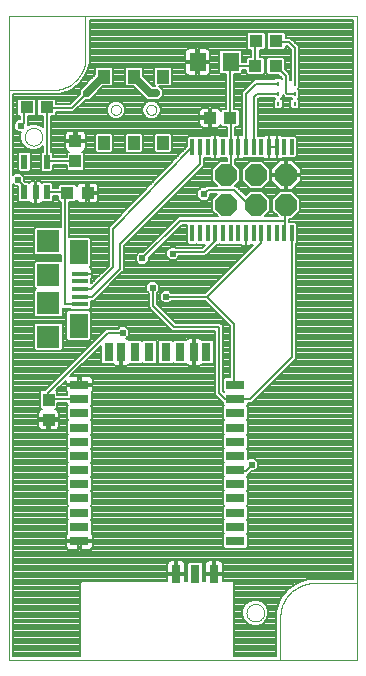
<source format=gbl>
G75*
G70*
%OFA0B0*%
%FSLAX24Y24*%
%IPPOS*%
%LPD*%
%AMOC8*
5,1,8,0,0,1.08239X$1,22.5*
%
%ADD10C,0.0000*%
%ADD11R,0.0433X0.0394*%
%ADD12R,0.0551X0.0630*%
%ADD13R,0.0217X0.0472*%
%ADD14R,0.0394X0.0433*%
%ADD15R,0.0531X0.0157*%
%ADD16R,0.0630X0.0827*%
%ADD17R,0.0748X0.0748*%
%ADD18R,0.0394X0.0453*%
%ADD19R,0.0630X0.0315*%
%ADD20R,0.0315X0.0630*%
%ADD21OC8,0.0740*%
%ADD22R,0.0137X0.0550*%
%ADD23R,0.0102X0.0157*%
%ADD24C,0.0080*%
%ADD25C,0.0240*%
%ADD26C,0.0276*%
D10*
X001008Y001834D02*
X001008Y020830D01*
X002475Y020830D01*
X002538Y020832D01*
X002602Y020837D01*
X002665Y020847D01*
X002727Y020859D01*
X002788Y020876D01*
X002848Y020896D01*
X002908Y020919D01*
X002965Y020946D01*
X003021Y020976D01*
X003075Y021010D01*
X003127Y021046D01*
X003177Y021085D01*
X003224Y021128D01*
X003269Y021173D01*
X003312Y021220D01*
X003351Y021270D01*
X003387Y021322D01*
X003421Y021376D01*
X003451Y021432D01*
X003478Y021489D01*
X003501Y021549D01*
X003521Y021609D01*
X003538Y021670D01*
X003550Y021732D01*
X003560Y021795D01*
X003565Y021859D01*
X003567Y021922D01*
X003567Y023291D01*
X012622Y023291D01*
X012622Y004393D01*
X011189Y004393D01*
X011124Y004391D01*
X011058Y004385D01*
X010993Y004376D01*
X010929Y004363D01*
X010866Y004346D01*
X010804Y004325D01*
X010743Y004301D01*
X010684Y004273D01*
X010626Y004242D01*
X010570Y004208D01*
X010517Y004170D01*
X010465Y004130D01*
X010416Y004086D01*
X010370Y004040D01*
X010326Y003991D01*
X010286Y003939D01*
X010248Y003886D01*
X010214Y003830D01*
X010183Y003772D01*
X010155Y003713D01*
X010131Y003652D01*
X010110Y003590D01*
X010093Y003527D01*
X010080Y003463D01*
X010071Y003398D01*
X010065Y003332D01*
X010063Y003267D01*
X010063Y001834D01*
X001008Y001834D01*
X008933Y003409D02*
X008935Y003443D01*
X008941Y003477D01*
X008951Y003510D01*
X008964Y003541D01*
X008982Y003571D01*
X009002Y003599D01*
X009026Y003624D01*
X009052Y003646D01*
X009080Y003664D01*
X009111Y003680D01*
X009143Y003692D01*
X009177Y003700D01*
X009211Y003704D01*
X009245Y003704D01*
X009279Y003700D01*
X009313Y003692D01*
X009345Y003680D01*
X009375Y003664D01*
X009404Y003646D01*
X009430Y003624D01*
X009454Y003599D01*
X009474Y003571D01*
X009492Y003541D01*
X009505Y003510D01*
X009515Y003477D01*
X009521Y003443D01*
X009523Y003409D01*
X009521Y003375D01*
X009515Y003341D01*
X009505Y003308D01*
X009492Y003277D01*
X009474Y003247D01*
X009454Y003219D01*
X009430Y003194D01*
X009404Y003172D01*
X009376Y003154D01*
X009345Y003138D01*
X009313Y003126D01*
X009279Y003118D01*
X009245Y003114D01*
X009211Y003114D01*
X009177Y003118D01*
X009143Y003126D01*
X009111Y003138D01*
X009080Y003154D01*
X009052Y003172D01*
X009026Y003194D01*
X009002Y003219D01*
X008982Y003247D01*
X008964Y003277D01*
X008951Y003308D01*
X008941Y003341D01*
X008935Y003375D01*
X008933Y003409D01*
X010063Y001834D02*
X012622Y001834D01*
X012622Y004393D01*
X005596Y020168D02*
X005598Y020193D01*
X005604Y020218D01*
X005613Y020242D01*
X005626Y020264D01*
X005643Y020284D01*
X005662Y020301D01*
X005683Y020315D01*
X005707Y020325D01*
X005731Y020332D01*
X005757Y020335D01*
X005782Y020334D01*
X005807Y020329D01*
X005831Y020320D01*
X005854Y020308D01*
X005874Y020293D01*
X005892Y020274D01*
X005907Y020253D01*
X005918Y020230D01*
X005926Y020206D01*
X005930Y020181D01*
X005930Y020155D01*
X005926Y020130D01*
X005918Y020106D01*
X005907Y020083D01*
X005892Y020062D01*
X005874Y020043D01*
X005854Y020028D01*
X005831Y020016D01*
X005807Y020007D01*
X005782Y020002D01*
X005757Y020001D01*
X005731Y020004D01*
X005707Y020011D01*
X005683Y020021D01*
X005662Y020035D01*
X005643Y020052D01*
X005626Y020072D01*
X005613Y020094D01*
X005604Y020118D01*
X005598Y020143D01*
X005596Y020168D01*
X004415Y020168D02*
X004417Y020193D01*
X004423Y020218D01*
X004432Y020242D01*
X004445Y020264D01*
X004462Y020284D01*
X004481Y020301D01*
X004502Y020315D01*
X004526Y020325D01*
X004550Y020332D01*
X004576Y020335D01*
X004601Y020334D01*
X004626Y020329D01*
X004650Y020320D01*
X004673Y020308D01*
X004693Y020293D01*
X004711Y020274D01*
X004726Y020253D01*
X004737Y020230D01*
X004745Y020206D01*
X004749Y020181D01*
X004749Y020155D01*
X004745Y020130D01*
X004737Y020106D01*
X004726Y020083D01*
X004711Y020062D01*
X004693Y020043D01*
X004673Y020028D01*
X004650Y020016D01*
X004626Y020007D01*
X004601Y020002D01*
X004576Y020001D01*
X004550Y020004D01*
X004526Y020011D01*
X004502Y020021D01*
X004481Y020035D01*
X004462Y020052D01*
X004445Y020072D01*
X004432Y020094D01*
X004423Y020118D01*
X004417Y020143D01*
X004415Y020168D01*
X003567Y023291D02*
X001008Y023291D01*
X001008Y020830D01*
X001540Y019275D02*
X001542Y019309D01*
X001548Y019343D01*
X001558Y019376D01*
X001571Y019407D01*
X001589Y019437D01*
X001609Y019465D01*
X001633Y019490D01*
X001659Y019512D01*
X001687Y019530D01*
X001718Y019546D01*
X001750Y019558D01*
X001784Y019566D01*
X001818Y019570D01*
X001852Y019570D01*
X001886Y019566D01*
X001920Y019558D01*
X001952Y019546D01*
X001982Y019530D01*
X002011Y019512D01*
X002037Y019490D01*
X002061Y019465D01*
X002081Y019437D01*
X002099Y019407D01*
X002112Y019376D01*
X002122Y019343D01*
X002128Y019309D01*
X002130Y019275D01*
X002128Y019241D01*
X002122Y019207D01*
X002112Y019174D01*
X002099Y019143D01*
X002081Y019113D01*
X002061Y019085D01*
X002037Y019060D01*
X002011Y019038D01*
X001983Y019020D01*
X001952Y019004D01*
X001920Y018992D01*
X001886Y018984D01*
X001852Y018980D01*
X001818Y018980D01*
X001784Y018984D01*
X001750Y018992D01*
X001718Y019004D01*
X001687Y019020D01*
X001659Y019038D01*
X001633Y019060D01*
X001609Y019085D01*
X001589Y019113D01*
X001571Y019143D01*
X001558Y019174D01*
X001548Y019207D01*
X001542Y019241D01*
X001540Y019275D01*
D11*
X001602Y020248D03*
X002272Y020248D03*
X002965Y017398D03*
X003635Y017398D03*
X007720Y019909D03*
X008390Y019909D03*
X009232Y021640D03*
X009256Y022471D03*
X009925Y022471D03*
X009902Y021640D03*
D12*
X008406Y021764D03*
X007304Y021764D03*
D13*
X002280Y018443D03*
X002280Y017419D03*
X001906Y017419D03*
X001531Y017419D03*
X001531Y018443D03*
D14*
X003233Y018453D03*
X003233Y019123D03*
X002335Y010511D03*
X002335Y009842D03*
D15*
X003386Y013682D03*
X003386Y013938D03*
X003386Y014194D03*
X003386Y014450D03*
X003386Y014706D03*
D16*
X003337Y015415D03*
X003337Y012974D03*
D17*
X002333Y012600D03*
X002333Y013722D03*
X002333Y014667D03*
X002333Y015789D03*
D18*
X004188Y019056D03*
X005172Y019056D03*
X006157Y019056D03*
X006157Y021280D03*
X005172Y021280D03*
X004188Y021280D03*
D19*
X003366Y010996D03*
X003366Y010523D03*
X003366Y010051D03*
X003366Y009578D03*
X003366Y009106D03*
X003366Y008634D03*
X003366Y008161D03*
X003366Y007689D03*
X003366Y007216D03*
X003366Y006744D03*
X003366Y006271D03*
X003366Y005799D03*
X008563Y005799D03*
X008563Y006271D03*
X008563Y006744D03*
X008563Y007216D03*
X008563Y007689D03*
X008563Y008161D03*
X008563Y008634D03*
X008563Y009106D03*
X008563Y009578D03*
X008563Y010051D03*
X008563Y010523D03*
X008563Y010996D03*
D20*
X007587Y012098D03*
X007185Y012098D03*
X006713Y012098D03*
X006240Y012098D03*
X005689Y012098D03*
X005217Y012098D03*
X004744Y012098D03*
X004342Y012098D03*
X006594Y004697D03*
X007224Y004697D03*
X007854Y004697D03*
D21*
X008256Y017000D03*
X008256Y018000D03*
X009256Y018000D03*
X009256Y017000D03*
X010256Y017000D03*
X010256Y018000D03*
D22*
X010199Y018931D03*
X010455Y018931D03*
X009943Y018931D03*
X009687Y018931D03*
X009431Y018931D03*
X009175Y018931D03*
X008919Y018931D03*
X008663Y018931D03*
X008407Y018931D03*
X008152Y018931D03*
X007896Y018931D03*
X007640Y018931D03*
X007384Y018931D03*
X007128Y018931D03*
X007128Y016052D03*
X007384Y016052D03*
X007640Y016052D03*
X007896Y016052D03*
X008152Y016052D03*
X008407Y016052D03*
X008663Y016052D03*
X008919Y016052D03*
X009175Y016052D03*
X009431Y016052D03*
X009687Y016052D03*
X009943Y016052D03*
X010199Y016052D03*
X010455Y016052D03*
D23*
X010545Y020374D03*
X010545Y020708D03*
X010545Y021043D03*
X009990Y021043D03*
X009990Y020708D03*
X009990Y020374D03*
D24*
X009839Y020371D02*
X009315Y020371D01*
X009315Y020449D02*
X009839Y020449D01*
X009839Y020494D02*
X009839Y020254D01*
X009898Y020195D01*
X010083Y020195D01*
X010141Y020254D01*
X010141Y020494D01*
X010094Y020541D01*
X010141Y020588D01*
X010141Y020653D01*
X010143Y020650D01*
X010225Y020568D01*
X010414Y020568D01*
X010441Y020541D01*
X010394Y020494D01*
X010394Y020254D01*
X010453Y020195D01*
X010638Y020195D01*
X010696Y020254D01*
X010696Y020494D01*
X010649Y020541D01*
X010696Y020588D01*
X010696Y020829D01*
X010649Y020876D01*
X010696Y020923D01*
X010696Y021163D01*
X010685Y021174D01*
X010685Y022284D01*
X010603Y022366D01*
X010395Y022575D01*
X010279Y022575D01*
X010242Y022575D01*
X010242Y022709D01*
X010183Y022767D01*
X009667Y022767D01*
X009609Y022709D01*
X009609Y022232D01*
X009667Y022174D01*
X010183Y022174D01*
X010242Y022232D01*
X010242Y022295D01*
X010279Y022295D01*
X010405Y022168D01*
X010405Y021174D01*
X010400Y021169D01*
X010400Y021340D01*
X010318Y021422D01*
X010218Y021521D01*
X010218Y021878D01*
X010160Y021937D01*
X009644Y021937D01*
X009585Y021878D01*
X009585Y021402D01*
X009644Y021343D01*
X010000Y021343D01*
X010120Y021224D01*
X010120Y021185D01*
X010083Y021222D01*
X009898Y021222D01*
X009863Y021187D01*
X009318Y021187D01*
X009202Y021187D01*
X008779Y020764D01*
X008779Y020648D01*
X008779Y019338D01*
X008750Y019346D01*
X008664Y019346D01*
X008664Y018932D01*
X008663Y018932D01*
X008663Y019346D01*
X008576Y019346D01*
X008548Y019338D01*
X008548Y019612D01*
X008648Y019612D01*
X008706Y019671D01*
X008706Y020147D01*
X008648Y020206D01*
X008530Y020206D01*
X008530Y021349D01*
X008723Y021349D01*
X008782Y021408D01*
X008782Y021500D01*
X008916Y021500D01*
X008916Y021402D01*
X008974Y021343D01*
X009490Y021343D01*
X009549Y021402D01*
X009549Y021878D01*
X009490Y021937D01*
X009372Y021937D01*
X009372Y022174D01*
X009514Y022174D01*
X009572Y022232D01*
X009572Y022709D01*
X009514Y022767D01*
X008998Y022767D01*
X008939Y022709D01*
X008939Y022232D01*
X008998Y022174D01*
X009092Y022174D01*
X009092Y021937D01*
X008974Y021937D01*
X008916Y021878D01*
X008916Y021780D01*
X008782Y021780D01*
X008782Y022121D01*
X008723Y022179D01*
X008089Y022179D01*
X008031Y022121D01*
X008031Y021408D01*
X008089Y021349D01*
X008250Y021349D01*
X008250Y020206D01*
X008132Y020206D01*
X008073Y020147D01*
X008073Y020138D01*
X008067Y020160D01*
X008049Y020192D01*
X008023Y020218D01*
X007991Y020236D01*
X007955Y020246D01*
X007760Y020246D01*
X007760Y019949D01*
X007681Y019949D01*
X007681Y020246D01*
X007485Y020246D01*
X007450Y020236D01*
X007418Y020218D01*
X007392Y020192D01*
X007373Y020160D01*
X007364Y020124D01*
X007364Y019949D01*
X007680Y019949D01*
X007680Y019869D01*
X007364Y019869D01*
X007364Y019694D01*
X007373Y019658D01*
X007392Y019626D01*
X007418Y019600D01*
X007450Y019582D01*
X007485Y019572D01*
X007681Y019572D01*
X007681Y019869D01*
X007760Y019869D01*
X007760Y019572D01*
X007955Y019572D01*
X007991Y019582D01*
X008023Y019600D01*
X008049Y019626D01*
X008067Y019658D01*
X008073Y019680D01*
X008073Y019671D01*
X008132Y019612D01*
X008268Y019612D01*
X008268Y019300D01*
X008261Y019306D01*
X008062Y019306D01*
X008050Y019318D01*
X008018Y019337D01*
X007983Y019346D01*
X007896Y019346D01*
X007896Y018932D01*
X007895Y018932D01*
X007895Y019346D01*
X007809Y019346D01*
X007773Y019337D01*
X007741Y019318D01*
X007729Y019306D01*
X007530Y019306D01*
X007512Y019288D01*
X007494Y019306D01*
X007274Y019306D01*
X007256Y019288D01*
X007238Y019306D01*
X007018Y019306D01*
X006959Y019248D01*
X006959Y018959D01*
X004386Y016308D01*
X004344Y016267D01*
X004344Y016265D01*
X004343Y016265D01*
X004344Y016208D01*
X004344Y014975D01*
X003752Y014383D01*
X003752Y014529D01*
X003764Y014541D01*
X003782Y014573D01*
X003792Y014609D01*
X003792Y014706D01*
X003792Y014803D01*
X003782Y014839D01*
X003764Y014871D01*
X003738Y014897D01*
X003707Y014915D01*
X003752Y014960D01*
X003752Y015869D01*
X003693Y015928D01*
X003018Y015928D01*
X003018Y017101D01*
X003223Y017101D01*
X003282Y017160D01*
X003282Y017169D01*
X003288Y017147D01*
X003306Y017115D01*
X003332Y017089D01*
X003364Y017071D01*
X003400Y017061D01*
X003595Y017061D01*
X003595Y017358D01*
X003675Y017358D01*
X003675Y017438D01*
X003991Y017438D01*
X003991Y017613D01*
X003982Y017649D01*
X003963Y017681D01*
X003937Y017707D01*
X003905Y017725D01*
X003870Y017735D01*
X003675Y017735D01*
X003675Y017438D01*
X003595Y017438D01*
X003595Y017735D01*
X003400Y017735D01*
X003364Y017725D01*
X003332Y017707D01*
X003306Y017681D01*
X003288Y017649D01*
X003282Y017627D01*
X003282Y017636D01*
X003223Y017695D01*
X002707Y017695D01*
X002649Y017636D01*
X002649Y017574D01*
X002488Y017574D01*
X002488Y017697D01*
X002429Y017756D01*
X002130Y017756D01*
X002121Y017746D01*
X002100Y017768D01*
X002068Y017786D01*
X002032Y017796D01*
X001920Y017796D01*
X001920Y017434D01*
X001891Y017434D01*
X001891Y017796D01*
X001779Y017796D01*
X001743Y017786D01*
X001711Y017768D01*
X001690Y017746D01*
X001681Y017756D01*
X001585Y017756D01*
X001528Y017812D01*
X001528Y017925D01*
X001399Y018054D01*
X001217Y018054D01*
X001148Y017985D01*
X001148Y020690D01*
X002417Y020690D01*
X002452Y020690D01*
X002533Y020690D01*
X002670Y020690D01*
X003041Y020811D01*
X003041Y020811D01*
X003357Y021040D01*
X003357Y021040D01*
X003357Y021040D01*
X003586Y021356D01*
X003707Y021727D01*
X003707Y021864D01*
X003707Y023151D01*
X012482Y023151D01*
X012482Y004533D01*
X011131Y004533D01*
X010988Y004533D01*
X010607Y004409D01*
X010283Y004174D01*
X010283Y004174D01*
X010047Y003849D01*
X009923Y003468D01*
X009923Y003468D01*
X009923Y003325D01*
X009923Y003270D01*
X009923Y003267D01*
X009923Y003209D01*
X009923Y001974D01*
X008530Y001974D01*
X008530Y004370D01*
X008530Y004424D01*
X008491Y004462D01*
X008152Y004462D01*
X008152Y004658D01*
X007893Y004658D01*
X007893Y004735D01*
X008152Y004735D01*
X008152Y005030D01*
X008142Y005066D01*
X008124Y005097D01*
X008098Y005124D01*
X008066Y005142D01*
X008030Y005151D01*
X007893Y005151D01*
X007893Y004736D01*
X007816Y004736D01*
X007816Y005151D01*
X007678Y005151D01*
X007643Y005142D01*
X007611Y005124D01*
X007585Y005097D01*
X007566Y005066D01*
X007557Y005030D01*
X007557Y004735D01*
X007815Y004735D01*
X007815Y004658D01*
X007557Y004658D01*
X007557Y004462D01*
X007482Y004462D01*
X007482Y005053D01*
X007423Y005111D01*
X007025Y005111D01*
X006967Y005053D01*
X006967Y004462D01*
X006892Y004462D01*
X006892Y004658D01*
X006633Y004658D01*
X006633Y004735D01*
X006892Y004735D01*
X006892Y005030D01*
X006882Y005066D01*
X006864Y005097D01*
X006838Y005124D01*
X006806Y005142D01*
X006770Y005151D01*
X006633Y005151D01*
X006633Y004736D01*
X006556Y004736D01*
X006556Y005151D01*
X006419Y005151D01*
X006383Y005142D01*
X006351Y005124D01*
X006325Y005097D01*
X006307Y005066D01*
X006297Y005030D01*
X006297Y004735D01*
X006555Y004735D01*
X006555Y004658D01*
X006297Y004658D01*
X006297Y004462D01*
X003438Y004462D01*
X003400Y004424D01*
X003400Y004370D01*
X003400Y001974D01*
X001148Y001974D01*
X001148Y017683D01*
X001217Y017614D01*
X001323Y017614D01*
X001323Y017142D01*
X001382Y017083D01*
X001681Y017083D01*
X001690Y017092D01*
X001711Y017071D01*
X001743Y017053D01*
X001779Y017043D01*
X001891Y017043D01*
X001891Y017405D01*
X001920Y017405D01*
X001920Y017043D01*
X002032Y017043D01*
X002068Y017053D01*
X002100Y017071D01*
X002121Y017092D01*
X002130Y017083D01*
X002429Y017083D01*
X002488Y017142D01*
X002488Y017294D01*
X002649Y017294D01*
X002649Y017160D01*
X002707Y017101D01*
X002738Y017101D01*
X002738Y016263D01*
X001918Y016263D01*
X001859Y016204D01*
X001859Y015373D01*
X001918Y015315D01*
X002738Y015315D01*
X002738Y015141D01*
X001918Y015141D01*
X001859Y015082D01*
X001859Y014251D01*
X001916Y014194D01*
X001859Y014137D01*
X001859Y013306D01*
X001918Y013248D01*
X002749Y013248D01*
X002807Y013306D01*
X002807Y013555D01*
X002820Y013542D01*
X002936Y013542D01*
X003040Y013542D01*
X003079Y013504D01*
X003693Y013504D01*
X003752Y013562D01*
X003752Y013798D01*
X003839Y013798D01*
X004767Y014726D01*
X004849Y014808D01*
X004849Y015635D01*
X007444Y018230D01*
X007526Y018312D01*
X007526Y018560D01*
X007530Y018556D01*
X007729Y018556D01*
X007741Y018544D01*
X007773Y018526D01*
X007809Y018516D01*
X007895Y018516D01*
X007895Y018931D01*
X007896Y018931D01*
X007896Y018516D01*
X007983Y018516D01*
X008018Y018526D01*
X008050Y018544D01*
X008062Y018556D01*
X008261Y018556D01*
X008268Y018563D01*
X008268Y018470D01*
X008061Y018470D01*
X007786Y018194D01*
X007786Y017805D01*
X007947Y017644D01*
X007708Y017644D01*
X007592Y017644D01*
X007536Y017587D01*
X007423Y017587D01*
X007294Y017459D01*
X007294Y017276D01*
X007423Y017147D01*
X007605Y017147D01*
X007734Y017276D01*
X007734Y017364D01*
X007955Y017364D01*
X007786Y017194D01*
X007786Y016805D01*
X007971Y016620D01*
X006659Y016620D01*
X006577Y016538D01*
X005479Y015440D01*
X005366Y015440D01*
X005237Y015311D01*
X005237Y015129D01*
X005366Y015000D01*
X005548Y015000D01*
X005677Y015129D01*
X005677Y015242D01*
X006775Y016340D01*
X006959Y016340D01*
X006959Y015736D01*
X007018Y015677D01*
X007238Y015677D01*
X007256Y015695D01*
X007274Y015677D01*
X007494Y015677D01*
X007512Y015695D01*
X007530Y015677D01*
X007553Y015677D01*
X007450Y015574D01*
X006595Y015574D01*
X006571Y015598D01*
X006389Y015598D01*
X006260Y015469D01*
X006260Y015286D01*
X006389Y015158D01*
X006571Y015158D01*
X006700Y015286D01*
X006700Y015294D01*
X007566Y015294D01*
X007648Y015376D01*
X007949Y015677D01*
X008006Y015677D01*
X008024Y015695D01*
X008042Y015677D01*
X008261Y015677D01*
X008280Y015695D01*
X008298Y015677D01*
X008517Y015677D01*
X008535Y015695D01*
X008553Y015677D01*
X008753Y015677D01*
X008765Y015665D01*
X008797Y015647D01*
X008832Y015637D01*
X008919Y015637D01*
X008919Y016052D01*
X008919Y016052D01*
X008919Y015637D01*
X009006Y015637D01*
X009042Y015647D01*
X009074Y015665D01*
X009086Y015677D01*
X009153Y015677D01*
X007550Y014074D01*
X006431Y014074D01*
X006351Y014154D01*
X006169Y014154D01*
X006040Y014025D01*
X006040Y013843D01*
X006169Y013714D01*
X006351Y013714D01*
X006431Y013794D01*
X007550Y013794D01*
X008368Y012976D01*
X008368Y011253D01*
X008207Y011253D01*
X008148Y011195D01*
X008148Y010797D01*
X008185Y010760D01*
X008183Y010757D01*
X008148Y010792D01*
X008148Y012995D01*
X008066Y013077D01*
X007950Y013077D01*
X006578Y013077D01*
X005951Y013703D01*
X005951Y014066D01*
X006028Y014143D01*
X006028Y014325D01*
X005899Y014454D01*
X005717Y014454D01*
X005588Y014325D01*
X005588Y014143D01*
X005671Y014060D01*
X005671Y013587D01*
X005753Y013505D01*
X006380Y012879D01*
X006380Y012879D01*
X006462Y012797D01*
X007868Y012797D01*
X007868Y010792D01*
X007868Y010676D01*
X008068Y010476D01*
X008148Y010396D01*
X008148Y010324D01*
X008185Y010287D01*
X008148Y010250D01*
X008148Y009852D01*
X008185Y009815D01*
X008148Y009777D01*
X008148Y009379D01*
X008185Y009342D01*
X008148Y009305D01*
X008148Y008907D01*
X008185Y008870D01*
X008148Y008832D01*
X008148Y008435D01*
X008185Y008397D01*
X008148Y008360D01*
X008148Y007962D01*
X008185Y007925D01*
X008148Y007888D01*
X008148Y007490D01*
X008185Y007452D01*
X008148Y007415D01*
X008148Y007017D01*
X008185Y006980D01*
X008148Y006943D01*
X008148Y006545D01*
X008185Y006508D01*
X008148Y006470D01*
X008148Y006072D01*
X008185Y006035D01*
X008148Y005998D01*
X008148Y005600D01*
X008207Y005541D01*
X008919Y005541D01*
X008978Y005600D01*
X008978Y005998D01*
X008941Y006035D01*
X008978Y006072D01*
X008978Y006470D01*
X008941Y006508D01*
X008978Y006545D01*
X008978Y006943D01*
X008941Y006980D01*
X008978Y007017D01*
X008978Y007415D01*
X008941Y007452D01*
X008978Y007490D01*
X008978Y007888D01*
X008941Y007925D01*
X008978Y007962D01*
X008978Y008006D01*
X009048Y008076D01*
X009086Y008114D01*
X009199Y008114D01*
X009328Y008243D01*
X009328Y008425D01*
X009199Y008554D01*
X009017Y008554D01*
X008978Y008515D01*
X008978Y008832D01*
X008941Y008870D01*
X008978Y008907D01*
X008978Y009305D01*
X008941Y009342D01*
X008978Y009379D01*
X008978Y009777D01*
X008941Y009815D01*
X008978Y009852D01*
X008978Y010250D01*
X008941Y010287D01*
X008978Y010324D01*
X008978Y010394D01*
X009001Y010394D01*
X009117Y010394D01*
X010597Y011874D01*
X010597Y011990D01*
X010597Y015709D01*
X010623Y015736D01*
X010623Y016369D01*
X010565Y016427D01*
X010348Y016427D01*
X010348Y016499D01*
X010348Y016530D01*
X010451Y016530D01*
X010726Y016805D01*
X010726Y017194D01*
X010451Y017470D01*
X010061Y017470D01*
X009786Y017194D01*
X009786Y016805D01*
X009971Y016620D01*
X009541Y016620D01*
X009726Y016805D01*
X009726Y017194D01*
X009451Y017470D01*
X009061Y017470D01*
X008910Y017319D01*
X008668Y017562D01*
X008586Y017644D01*
X008564Y017644D01*
X008726Y017805D01*
X008726Y018194D01*
X008548Y018372D01*
X008548Y018524D01*
X008576Y018516D01*
X008663Y018516D01*
X008663Y018931D01*
X008664Y018931D01*
X008664Y018516D01*
X008750Y018516D01*
X008786Y018526D01*
X008818Y018544D01*
X008830Y018556D01*
X009029Y018556D01*
X009047Y018574D01*
X009065Y018556D01*
X009285Y018556D01*
X009303Y018574D01*
X009321Y018556D01*
X009520Y018556D01*
X009533Y018544D01*
X009564Y018526D01*
X009600Y018516D01*
X009687Y018516D01*
X009774Y018516D01*
X009810Y018526D01*
X009815Y018529D01*
X009820Y018526D01*
X009856Y018516D01*
X009943Y018516D01*
X010030Y018516D01*
X010065Y018526D01*
X010097Y018544D01*
X010109Y018556D01*
X010309Y018556D01*
X010327Y018574D01*
X010345Y018556D01*
X010565Y018556D01*
X010623Y018615D01*
X010623Y019248D01*
X010565Y019306D01*
X010345Y019306D01*
X010327Y019288D01*
X010309Y019306D01*
X010109Y019306D01*
X010097Y019318D01*
X010065Y019337D01*
X010030Y019346D01*
X009943Y019346D01*
X009943Y018932D01*
X009943Y018932D01*
X009943Y019346D01*
X009856Y019346D01*
X009820Y019337D01*
X009815Y019333D01*
X009810Y019337D01*
X009774Y019346D01*
X009687Y019346D01*
X009687Y018932D01*
X009687Y018932D01*
X009687Y019346D01*
X009600Y019346D01*
X009564Y019337D01*
X009533Y019318D01*
X009520Y019306D01*
X009321Y019306D01*
X009315Y019300D01*
X009315Y020534D01*
X009349Y020568D01*
X009859Y020568D01*
X009886Y020541D01*
X009839Y020494D01*
X009873Y020528D02*
X009315Y020528D01*
X009175Y020592D02*
X009291Y020708D01*
X009990Y020708D01*
X010141Y020606D02*
X010188Y020606D01*
X010108Y020528D02*
X010428Y020528D01*
X010394Y020449D02*
X010141Y020449D01*
X010141Y020371D02*
X010394Y020371D01*
X010394Y020292D02*
X010141Y020292D01*
X010101Y020213D02*
X010434Y020213D01*
X010656Y020213D02*
X012482Y020213D01*
X012482Y020135D02*
X009315Y020135D01*
X009315Y020213D02*
X009879Y020213D01*
X009839Y020292D02*
X009315Y020292D01*
X009315Y020056D02*
X012482Y020056D01*
X012482Y019978D02*
X009315Y019978D01*
X009315Y019899D02*
X012482Y019899D01*
X012482Y019821D02*
X009315Y019821D01*
X009315Y019742D02*
X012482Y019742D01*
X012482Y019664D02*
X009315Y019664D01*
X009315Y019585D02*
X012482Y019585D01*
X012482Y019507D02*
X009315Y019507D01*
X009315Y019428D02*
X012482Y019428D01*
X012482Y019349D02*
X009315Y019349D01*
X009208Y018934D02*
X009175Y018931D01*
X009175Y020592D01*
X008919Y020706D02*
X009260Y021047D01*
X009986Y021047D01*
X009990Y021043D01*
X010109Y021235D02*
X008530Y021235D01*
X008530Y021313D02*
X010030Y021313D01*
X010260Y021282D02*
X009902Y021640D01*
X010218Y021627D02*
X010405Y021627D01*
X010405Y021549D02*
X010218Y021549D01*
X010269Y021470D02*
X010405Y021470D01*
X010405Y021392D02*
X010348Y021392D01*
X010400Y021313D02*
X010405Y021313D01*
X010400Y021235D02*
X010405Y021235D01*
X010260Y021282D02*
X010260Y020732D01*
X010283Y020708D01*
X010545Y020708D01*
X010696Y020685D02*
X012482Y020685D01*
X012482Y020763D02*
X010696Y020763D01*
X010683Y020842D02*
X012482Y020842D01*
X012482Y020920D02*
X010694Y020920D01*
X010696Y020999D02*
X012482Y020999D01*
X012482Y021077D02*
X010696Y021077D01*
X010696Y021156D02*
X012482Y021156D01*
X012482Y021235D02*
X010685Y021235D01*
X010685Y021313D02*
X012482Y021313D01*
X012482Y021392D02*
X010685Y021392D01*
X010685Y021470D02*
X012482Y021470D01*
X012482Y021549D02*
X010685Y021549D01*
X010685Y021627D02*
X012482Y021627D01*
X012482Y021706D02*
X010685Y021706D01*
X010685Y021784D02*
X012482Y021784D01*
X012482Y021863D02*
X010685Y021863D01*
X010685Y021941D02*
X012482Y021941D01*
X012482Y022020D02*
X010685Y022020D01*
X010685Y022099D02*
X012482Y022099D01*
X012482Y022177D02*
X010685Y022177D01*
X010685Y022256D02*
X012482Y022256D01*
X012482Y022334D02*
X010635Y022334D01*
X010557Y022413D02*
X012482Y022413D01*
X012482Y022491D02*
X010478Y022491D01*
X010400Y022570D02*
X012482Y022570D01*
X012482Y022648D02*
X010242Y022648D01*
X010224Y022727D02*
X012482Y022727D01*
X012482Y022805D02*
X003707Y022805D01*
X003707Y022727D02*
X008957Y022727D01*
X008939Y022648D02*
X003707Y022648D01*
X003707Y022570D02*
X008939Y022570D01*
X008939Y022491D02*
X003707Y022491D01*
X003707Y022413D02*
X008939Y022413D01*
X008939Y022334D02*
X003707Y022334D01*
X003707Y022256D02*
X008939Y022256D01*
X008995Y022177D02*
X008725Y022177D01*
X008782Y022099D02*
X009092Y022099D01*
X009092Y022020D02*
X008782Y022020D01*
X008782Y021941D02*
X009092Y021941D01*
X008916Y021863D02*
X008782Y021863D01*
X008782Y021784D02*
X008916Y021784D01*
X008916Y021470D02*
X008782Y021470D01*
X008766Y021392D02*
X008926Y021392D01*
X009171Y021156D02*
X008530Y021156D01*
X008530Y021077D02*
X009092Y021077D01*
X009014Y020999D02*
X008530Y020999D01*
X008530Y020920D02*
X008935Y020920D01*
X008857Y020842D02*
X008530Y020842D01*
X008530Y020763D02*
X008779Y020763D01*
X008779Y020685D02*
X008530Y020685D01*
X008530Y020606D02*
X008779Y020606D01*
X008779Y020528D02*
X008530Y020528D01*
X008530Y020449D02*
X008779Y020449D01*
X008779Y020371D02*
X008530Y020371D01*
X008530Y020292D02*
X008779Y020292D01*
X008779Y020213D02*
X008530Y020213D01*
X008706Y020135D02*
X008779Y020135D01*
X008779Y020056D02*
X008706Y020056D01*
X008706Y019978D02*
X008779Y019978D01*
X008779Y019899D02*
X008706Y019899D01*
X008706Y019821D02*
X008779Y019821D01*
X008779Y019742D02*
X008706Y019742D01*
X008699Y019664D02*
X008779Y019664D01*
X008779Y019585D02*
X008548Y019585D01*
X008548Y019507D02*
X008779Y019507D01*
X008779Y019428D02*
X008548Y019428D01*
X008548Y019349D02*
X008779Y019349D01*
X008664Y019271D02*
X008663Y019271D01*
X008663Y019192D02*
X008664Y019192D01*
X008663Y019114D02*
X008664Y019114D01*
X008663Y019035D02*
X008664Y019035D01*
X008663Y018957D02*
X008664Y018957D01*
X008663Y018878D02*
X008664Y018878D01*
X008663Y018800D02*
X008664Y018800D01*
X008663Y018721D02*
X008664Y018721D01*
X008663Y018643D02*
X008664Y018643D01*
X008663Y018564D02*
X008664Y018564D01*
X008548Y018486D02*
X010021Y018486D01*
X010045Y018510D02*
X009746Y018211D01*
X009746Y018040D01*
X010216Y018040D01*
X010216Y018510D01*
X010045Y018510D01*
X009943Y018516D02*
X009943Y018931D01*
X009943Y018931D01*
X009943Y018516D01*
X009943Y018564D02*
X009943Y018564D01*
X009943Y018643D02*
X009943Y018643D01*
X009943Y018721D02*
X009943Y018721D01*
X009943Y018800D02*
X009943Y018800D01*
X009943Y018878D02*
X009943Y018878D01*
X009942Y018931D02*
X009895Y018931D01*
X009687Y018931D01*
X009687Y018516D01*
X009687Y018931D01*
X009687Y018931D01*
X009687Y018931D01*
X009895Y018931D01*
X009942Y018931D01*
X009942Y018931D01*
X009943Y018957D02*
X009943Y018957D01*
X009943Y019035D02*
X009943Y019035D01*
X009943Y019114D02*
X009943Y019114D01*
X009943Y019192D02*
X009943Y019192D01*
X009943Y019271D02*
X009943Y019271D01*
X009687Y019271D02*
X009687Y019271D01*
X009687Y019192D02*
X009687Y019192D01*
X009687Y019114D02*
X009687Y019114D01*
X009687Y019035D02*
X009687Y019035D01*
X009687Y018957D02*
X009687Y018957D01*
X009687Y018878D02*
X009687Y018878D01*
X009687Y018800D02*
X009687Y018800D01*
X009687Y018721D02*
X009687Y018721D01*
X009687Y018643D02*
X009687Y018643D01*
X009687Y018564D02*
X009687Y018564D01*
X009513Y018407D02*
X009942Y018407D01*
X009863Y018328D02*
X009592Y018328D01*
X009670Y018250D02*
X009785Y018250D01*
X009726Y018194D02*
X009451Y018470D01*
X009061Y018470D01*
X008786Y018194D01*
X008786Y017805D01*
X009061Y017530D01*
X009451Y017530D01*
X009726Y017805D01*
X009726Y018194D01*
X009726Y018171D02*
X009746Y018171D01*
X009746Y018093D02*
X009726Y018093D01*
X009726Y018014D02*
X010216Y018014D01*
X010216Y018040D02*
X010216Y017960D01*
X009746Y017960D01*
X009746Y017788D01*
X010045Y017490D01*
X010216Y017490D01*
X010216Y017959D01*
X010296Y017959D01*
X010296Y017490D01*
X010467Y017490D01*
X010766Y017788D01*
X010766Y017960D01*
X010296Y017960D01*
X010296Y018040D01*
X010216Y018040D01*
X010216Y018093D02*
X010296Y018093D01*
X010296Y018040D02*
X010296Y018510D01*
X010467Y018510D01*
X010766Y018211D01*
X010766Y018040D01*
X010296Y018040D01*
X010296Y018014D02*
X012482Y018014D01*
X012482Y017936D02*
X010766Y017936D01*
X010766Y017857D02*
X012482Y017857D01*
X012482Y017779D02*
X010756Y017779D01*
X010678Y017700D02*
X012482Y017700D01*
X012482Y017622D02*
X010599Y017622D01*
X010520Y017543D02*
X012482Y017543D01*
X012482Y017464D02*
X010456Y017464D01*
X010534Y017386D02*
X012482Y017386D01*
X012482Y017307D02*
X010613Y017307D01*
X010691Y017229D02*
X012482Y017229D01*
X012482Y017150D02*
X010726Y017150D01*
X010726Y017072D02*
X012482Y017072D01*
X012482Y016993D02*
X010726Y016993D01*
X010726Y016915D02*
X012482Y016915D01*
X012482Y016836D02*
X010726Y016836D01*
X010678Y016758D02*
X012482Y016758D01*
X012482Y016679D02*
X010600Y016679D01*
X010521Y016600D02*
X012482Y016600D01*
X012482Y016522D02*
X010348Y016522D01*
X010348Y016443D02*
X012482Y016443D01*
X012482Y016365D02*
X010623Y016365D01*
X010623Y016286D02*
X012482Y016286D01*
X012482Y016208D02*
X010623Y016208D01*
X010623Y016129D02*
X012482Y016129D01*
X012482Y016051D02*
X010623Y016051D01*
X010623Y015972D02*
X012482Y015972D01*
X012482Y015894D02*
X010623Y015894D01*
X010623Y015815D02*
X012482Y015815D01*
X012482Y015736D02*
X010623Y015736D01*
X010597Y015658D02*
X012482Y015658D01*
X012482Y015579D02*
X010597Y015579D01*
X010597Y015501D02*
X012482Y015501D01*
X012482Y015422D02*
X010597Y015422D01*
X010597Y015344D02*
X012482Y015344D01*
X012482Y015265D02*
X010597Y015265D01*
X010597Y015187D02*
X012482Y015187D01*
X012482Y015108D02*
X010597Y015108D01*
X010597Y015030D02*
X012482Y015030D01*
X012482Y014951D02*
X010597Y014951D01*
X010597Y014873D02*
X012482Y014873D01*
X012482Y014794D02*
X010597Y014794D01*
X010597Y014715D02*
X012482Y014715D01*
X012482Y014637D02*
X010597Y014637D01*
X010597Y014558D02*
X012482Y014558D01*
X012482Y014480D02*
X010597Y014480D01*
X010597Y014401D02*
X012482Y014401D01*
X012482Y014323D02*
X010597Y014323D01*
X010597Y014244D02*
X012482Y014244D01*
X012482Y014166D02*
X010597Y014166D01*
X010597Y014087D02*
X012482Y014087D01*
X012482Y014009D02*
X010597Y014009D01*
X010597Y013930D02*
X012482Y013930D01*
X012482Y013851D02*
X010597Y013851D01*
X010597Y013773D02*
X012482Y013773D01*
X012482Y013694D02*
X010597Y013694D01*
X010597Y013616D02*
X012482Y013616D01*
X012482Y013537D02*
X010597Y013537D01*
X010597Y013459D02*
X012482Y013459D01*
X012482Y013380D02*
X010597Y013380D01*
X010597Y013302D02*
X012482Y013302D01*
X012482Y013223D02*
X010597Y013223D01*
X010597Y013145D02*
X012482Y013145D01*
X012482Y013066D02*
X010597Y013066D01*
X010597Y012987D02*
X012482Y012987D01*
X012482Y012909D02*
X010597Y012909D01*
X010597Y012830D02*
X012482Y012830D01*
X012482Y012752D02*
X010597Y012752D01*
X010597Y012673D02*
X012482Y012673D01*
X012482Y012595D02*
X010597Y012595D01*
X010597Y012516D02*
X012482Y012516D01*
X012482Y012438D02*
X010597Y012438D01*
X010597Y012359D02*
X012482Y012359D01*
X012482Y012281D02*
X010597Y012281D01*
X010597Y012202D02*
X012482Y012202D01*
X012482Y012124D02*
X010597Y012124D01*
X010597Y012045D02*
X012482Y012045D01*
X012482Y011966D02*
X010597Y011966D01*
X010597Y011888D02*
X012482Y011888D01*
X012482Y011809D02*
X010532Y011809D01*
X010454Y011731D02*
X012482Y011731D01*
X012482Y011652D02*
X010375Y011652D01*
X010296Y011574D02*
X012482Y011574D01*
X012482Y011495D02*
X010218Y011495D01*
X010139Y011417D02*
X012482Y011417D01*
X012482Y011338D02*
X010061Y011338D01*
X009982Y011260D02*
X012482Y011260D01*
X012482Y011181D02*
X009904Y011181D01*
X009825Y011102D02*
X012482Y011102D01*
X012482Y011024D02*
X009747Y011024D01*
X009668Y010945D02*
X012482Y010945D01*
X012482Y010867D02*
X009590Y010867D01*
X009511Y010788D02*
X012482Y010788D01*
X012482Y010710D02*
X009432Y010710D01*
X009354Y010631D02*
X012482Y010631D01*
X012482Y010553D02*
X009275Y010553D01*
X009197Y010474D02*
X012482Y010474D01*
X012482Y010396D02*
X009118Y010396D01*
X009059Y010534D02*
X010457Y011932D01*
X010457Y016052D01*
X010455Y016052D01*
X010199Y016052D02*
X010208Y016134D01*
X010208Y016441D01*
X010169Y016480D01*
X006717Y016480D01*
X005457Y015220D01*
X005237Y015187D02*
X004849Y015187D01*
X004849Y015265D02*
X005237Y015265D01*
X005269Y015344D02*
X004849Y015344D01*
X004849Y015422D02*
X005348Y015422D01*
X005258Y015108D02*
X004849Y015108D01*
X004849Y015030D02*
X005336Y015030D01*
X005577Y015030D02*
X008505Y015030D01*
X008584Y015108D02*
X005656Y015108D01*
X005677Y015187D02*
X006360Y015187D01*
X006282Y015265D02*
X005700Y015265D01*
X005778Y015344D02*
X006260Y015344D01*
X006260Y015422D02*
X005857Y015422D01*
X005935Y015501D02*
X006292Y015501D01*
X006371Y015579D02*
X006014Y015579D01*
X006092Y015658D02*
X007534Y015658D01*
X007455Y015579D02*
X006590Y015579D01*
X006508Y015434D02*
X006480Y015378D01*
X006508Y015434D02*
X007508Y015434D01*
X007908Y015834D01*
X007908Y016034D01*
X007896Y016052D01*
X007929Y015658D02*
X008778Y015658D01*
X008919Y015658D02*
X008919Y015658D01*
X008919Y015736D02*
X008919Y015736D01*
X008919Y015815D02*
X008919Y015815D01*
X008919Y015894D02*
X008919Y015894D01*
X008919Y015972D02*
X008919Y015972D01*
X008919Y016051D02*
X008919Y016051D01*
X009061Y015658D02*
X009134Y015658D01*
X009055Y015579D02*
X007851Y015579D01*
X007772Y015501D02*
X008976Y015501D01*
X008898Y015422D02*
X007694Y015422D01*
X007615Y015344D02*
X008819Y015344D01*
X008741Y015265D02*
X006679Y015265D01*
X006600Y015187D02*
X008662Y015187D01*
X008427Y014951D02*
X004849Y014951D01*
X004849Y014873D02*
X008348Y014873D01*
X008270Y014794D02*
X004835Y014794D01*
X004756Y014715D02*
X008191Y014715D01*
X008112Y014637D02*
X004678Y014637D01*
X004599Y014558D02*
X008034Y014558D01*
X007955Y014480D02*
X004521Y014480D01*
X004442Y014401D02*
X005664Y014401D01*
X005588Y014323D02*
X004364Y014323D01*
X004285Y014244D02*
X005588Y014244D01*
X005588Y014166D02*
X004206Y014166D01*
X004128Y014087D02*
X005644Y014087D01*
X005671Y014009D02*
X004049Y014009D01*
X003971Y013930D02*
X005671Y013930D01*
X005671Y013851D02*
X003892Y013851D01*
X003781Y013938D02*
X004709Y014866D01*
X004709Y015693D01*
X007386Y018370D01*
X007386Y018929D01*
X007384Y018931D01*
X007128Y018931D02*
X004484Y016209D01*
X004484Y014917D01*
X003761Y014194D01*
X003386Y014194D01*
X003386Y013938D02*
X003781Y013938D01*
X003752Y013773D02*
X005671Y013773D01*
X005671Y013694D02*
X003752Y013694D01*
X003752Y013616D02*
X005671Y013616D01*
X005721Y013537D02*
X003727Y013537D01*
X003693Y013487D02*
X003752Y013429D01*
X003752Y012519D01*
X003693Y012460D01*
X002981Y012460D01*
X002922Y012519D01*
X002922Y013429D01*
X002981Y013487D01*
X003693Y013487D01*
X003722Y013459D02*
X005800Y013459D01*
X005878Y013380D02*
X003752Y013380D01*
X003752Y013302D02*
X005957Y013302D01*
X006035Y013223D02*
X003752Y013223D01*
X003752Y013145D02*
X006114Y013145D01*
X006192Y013066D02*
X003752Y013066D01*
X003752Y012987D02*
X006271Y012987D01*
X006349Y012909D02*
X004944Y012909D01*
X004899Y012954D02*
X005028Y012825D01*
X005028Y012643D01*
X004934Y012549D01*
X004956Y012544D01*
X004988Y012525D01*
X005009Y012504D01*
X005018Y012513D01*
X005415Y012513D01*
X005453Y012476D01*
X005490Y012513D01*
X005888Y012513D01*
X005946Y012454D01*
X005946Y011742D01*
X005888Y011683D01*
X005490Y011683D01*
X005453Y011720D01*
X005415Y011683D01*
X005018Y011683D01*
X005009Y011692D01*
X004988Y011671D01*
X004956Y011653D01*
X004920Y011643D01*
X004783Y011643D01*
X004783Y012059D01*
X004705Y012059D01*
X004705Y011643D01*
X004568Y011643D01*
X004533Y011653D01*
X004501Y011671D01*
X004489Y011683D01*
X004143Y011683D01*
X004084Y011742D01*
X004084Y012313D01*
X003065Y011293D01*
X003327Y011293D01*
X003327Y011035D01*
X003405Y011035D01*
X003405Y011293D01*
X003700Y011293D01*
X003735Y011284D01*
X003767Y011265D01*
X003793Y011239D01*
X003812Y011207D01*
X003821Y011172D01*
X003821Y011034D01*
X003405Y011034D01*
X003405Y010957D01*
X003821Y010957D01*
X003821Y010820D01*
X003812Y010784D01*
X003793Y010752D01*
X003772Y010731D01*
X003781Y010722D01*
X003781Y010324D01*
X003744Y010287D01*
X003781Y010250D01*
X003781Y009852D01*
X003744Y009815D01*
X003781Y009777D01*
X003781Y009379D01*
X003744Y009342D01*
X003781Y009305D01*
X003781Y008907D01*
X003744Y008870D01*
X003781Y008832D01*
X003781Y008435D01*
X003744Y008397D01*
X003781Y008360D01*
X003781Y007962D01*
X003744Y007925D01*
X003781Y007888D01*
X003781Y007490D01*
X003744Y007452D01*
X003781Y007415D01*
X003781Y007017D01*
X003744Y006980D01*
X003781Y006943D01*
X003781Y006545D01*
X003744Y006508D01*
X003781Y006470D01*
X003781Y006072D01*
X003772Y006063D01*
X003793Y006042D01*
X003812Y006010D01*
X003821Y005975D01*
X003821Y005838D01*
X003405Y005838D01*
X003405Y005760D01*
X003821Y005760D01*
X003821Y005623D01*
X003812Y005587D01*
X003793Y005555D01*
X003767Y005529D01*
X003735Y005511D01*
X003700Y005501D01*
X003405Y005501D01*
X003405Y005760D01*
X003327Y005760D01*
X002911Y005760D01*
X002911Y005623D01*
X002921Y005587D01*
X002939Y005555D01*
X002965Y005529D01*
X002997Y005511D01*
X003033Y005501D01*
X003327Y005501D01*
X003327Y005760D01*
X003327Y005838D01*
X002911Y005838D01*
X002911Y005975D01*
X002921Y006010D01*
X002939Y006042D01*
X002960Y006063D01*
X002951Y006072D01*
X002951Y006470D01*
X002989Y006508D01*
X002951Y006545D01*
X002951Y006943D01*
X002989Y006980D01*
X002951Y007017D01*
X002951Y007415D01*
X002989Y007452D01*
X002951Y007490D01*
X002951Y007888D01*
X002989Y007925D01*
X002951Y007962D01*
X002951Y008360D01*
X002989Y008397D01*
X002951Y008435D01*
X002951Y008832D01*
X002989Y008870D01*
X002951Y008907D01*
X002951Y009305D01*
X002989Y009342D01*
X002951Y009379D01*
X002951Y009777D01*
X002989Y009815D01*
X002951Y009852D01*
X002951Y010250D01*
X002989Y010287D01*
X002951Y010324D01*
X002951Y010394D01*
X002631Y010394D01*
X002631Y010254D01*
X002573Y010195D01*
X002564Y010195D01*
X002586Y010189D01*
X002617Y010171D01*
X002644Y010145D01*
X002662Y010113D01*
X002671Y010077D01*
X002671Y009882D01*
X002375Y009882D01*
X002375Y009802D01*
X002671Y009802D01*
X002671Y009607D01*
X002662Y009572D01*
X002644Y009540D01*
X002617Y009514D01*
X002586Y009495D01*
X002550Y009486D01*
X002375Y009486D01*
X002375Y009802D01*
X002295Y009802D01*
X002295Y009486D01*
X002119Y009486D01*
X002084Y009495D01*
X002052Y009514D01*
X002026Y009540D01*
X002007Y009572D01*
X001998Y009607D01*
X001998Y009802D01*
X002294Y009802D01*
X002294Y009882D01*
X001998Y009882D01*
X001998Y010077D01*
X002007Y010113D01*
X002026Y010145D01*
X002052Y010171D01*
X002084Y010189D01*
X002106Y010195D01*
X002096Y010195D01*
X002038Y010254D01*
X002038Y010769D01*
X002096Y010828D01*
X002204Y010828D01*
X002250Y010874D01*
X004250Y012874D01*
X004366Y012874D01*
X004637Y012874D01*
X004717Y012954D01*
X004899Y012954D01*
X005023Y012830D02*
X006428Y012830D01*
X006520Y012937D02*
X008008Y012937D01*
X008008Y010734D01*
X008208Y010534D01*
X008508Y010534D01*
X008563Y010523D01*
X008608Y010534D01*
X009059Y010534D01*
X008971Y010317D02*
X012482Y010317D01*
X012482Y010238D02*
X008978Y010238D01*
X008978Y010160D02*
X012482Y010160D01*
X012482Y010081D02*
X008978Y010081D01*
X008978Y010003D02*
X012482Y010003D01*
X012482Y009924D02*
X008978Y009924D01*
X008972Y009846D02*
X012482Y009846D01*
X012482Y009767D02*
X008978Y009767D01*
X008978Y009689D02*
X012482Y009689D01*
X012482Y009610D02*
X008978Y009610D01*
X008978Y009532D02*
X012482Y009532D01*
X012482Y009453D02*
X008978Y009453D01*
X008973Y009374D02*
X012482Y009374D01*
X012482Y009296D02*
X008978Y009296D01*
X008978Y009217D02*
X012482Y009217D01*
X012482Y009139D02*
X008978Y009139D01*
X008978Y009060D02*
X012482Y009060D01*
X012482Y008982D02*
X008978Y008982D01*
X008974Y008903D02*
X012482Y008903D01*
X012482Y008825D02*
X008978Y008825D01*
X008978Y008746D02*
X012482Y008746D01*
X012482Y008668D02*
X008978Y008668D01*
X008978Y008589D02*
X012482Y008589D01*
X012482Y008511D02*
X009243Y008511D01*
X009321Y008432D02*
X012482Y008432D01*
X012482Y008353D02*
X009328Y008353D01*
X009328Y008275D02*
X012482Y008275D01*
X012482Y008196D02*
X009281Y008196D01*
X009202Y008118D02*
X012482Y008118D01*
X012482Y008039D02*
X009011Y008039D01*
X008976Y007961D02*
X012482Y007961D01*
X012482Y007882D02*
X008978Y007882D01*
X008978Y007804D02*
X012482Y007804D01*
X012482Y007725D02*
X008978Y007725D01*
X008978Y007647D02*
X012482Y007647D01*
X012482Y007568D02*
X008978Y007568D01*
X008978Y007489D02*
X012482Y007489D01*
X012482Y007411D02*
X008978Y007411D01*
X008978Y007332D02*
X012482Y007332D01*
X012482Y007254D02*
X008978Y007254D01*
X008978Y007175D02*
X012482Y007175D01*
X012482Y007097D02*
X008978Y007097D01*
X008978Y007018D02*
X012482Y007018D01*
X012482Y006940D02*
X008978Y006940D01*
X008978Y006861D02*
X012482Y006861D01*
X012482Y006783D02*
X008978Y006783D01*
X008978Y006704D02*
X012482Y006704D01*
X012482Y006625D02*
X008978Y006625D01*
X008978Y006547D02*
X012482Y006547D01*
X012482Y006468D02*
X008978Y006468D01*
X008978Y006390D02*
X012482Y006390D01*
X012482Y006311D02*
X008978Y006311D01*
X008978Y006233D02*
X012482Y006233D01*
X012482Y006154D02*
X008978Y006154D01*
X008978Y006076D02*
X012482Y006076D01*
X012482Y005997D02*
X008978Y005997D01*
X008978Y005919D02*
X012482Y005919D01*
X012482Y005840D02*
X008978Y005840D01*
X008978Y005761D02*
X012482Y005761D01*
X012482Y005683D02*
X008978Y005683D01*
X008978Y005604D02*
X012482Y005604D01*
X012482Y005526D02*
X003761Y005526D01*
X003816Y005604D02*
X008148Y005604D01*
X008148Y005683D02*
X003821Y005683D01*
X003821Y005840D02*
X008148Y005840D01*
X008148Y005761D02*
X003405Y005761D01*
X003327Y005761D02*
X001148Y005761D01*
X001148Y005683D02*
X002911Y005683D01*
X002916Y005604D02*
X001148Y005604D01*
X001148Y005526D02*
X002971Y005526D01*
X002911Y005840D02*
X001148Y005840D01*
X001148Y005919D02*
X002911Y005919D01*
X002917Y005997D02*
X001148Y005997D01*
X001148Y006076D02*
X002951Y006076D01*
X002951Y006154D02*
X001148Y006154D01*
X001148Y006233D02*
X002951Y006233D01*
X002951Y006311D02*
X001148Y006311D01*
X001148Y006390D02*
X002951Y006390D01*
X002951Y006468D02*
X001148Y006468D01*
X001148Y006547D02*
X002951Y006547D01*
X002951Y006625D02*
X001148Y006625D01*
X001148Y006704D02*
X002951Y006704D01*
X002951Y006783D02*
X001148Y006783D01*
X001148Y006861D02*
X002951Y006861D01*
X002951Y006940D02*
X001148Y006940D01*
X001148Y007018D02*
X002951Y007018D01*
X002951Y007097D02*
X001148Y007097D01*
X001148Y007175D02*
X002951Y007175D01*
X002951Y007254D02*
X001148Y007254D01*
X001148Y007332D02*
X002951Y007332D01*
X002951Y007411D02*
X001148Y007411D01*
X001148Y007489D02*
X002951Y007489D01*
X002951Y007568D02*
X001148Y007568D01*
X001148Y007647D02*
X002951Y007647D01*
X002951Y007725D02*
X001148Y007725D01*
X001148Y007804D02*
X002951Y007804D01*
X002951Y007882D02*
X001148Y007882D01*
X001148Y007961D02*
X002953Y007961D01*
X002951Y008039D02*
X001148Y008039D01*
X001148Y008118D02*
X002951Y008118D01*
X002951Y008196D02*
X001148Y008196D01*
X001148Y008275D02*
X002951Y008275D01*
X002951Y008353D02*
X001148Y008353D01*
X001148Y008432D02*
X002954Y008432D01*
X002951Y008511D02*
X001148Y008511D01*
X001148Y008589D02*
X002951Y008589D01*
X002951Y008668D02*
X001148Y008668D01*
X001148Y008746D02*
X002951Y008746D01*
X002951Y008825D02*
X001148Y008825D01*
X001148Y008903D02*
X002955Y008903D01*
X002951Y008982D02*
X001148Y008982D01*
X001148Y009060D02*
X002951Y009060D01*
X002951Y009139D02*
X001148Y009139D01*
X001148Y009217D02*
X002951Y009217D01*
X002951Y009296D02*
X001148Y009296D01*
X001148Y009374D02*
X002956Y009374D01*
X002951Y009453D02*
X001148Y009453D01*
X001148Y009532D02*
X002034Y009532D01*
X001998Y009610D02*
X001148Y009610D01*
X001148Y009689D02*
X001998Y009689D01*
X001998Y009767D02*
X001148Y009767D01*
X001148Y009846D02*
X002294Y009846D01*
X002295Y009767D02*
X002375Y009767D01*
X002375Y009689D02*
X002295Y009689D01*
X002295Y009610D02*
X002375Y009610D01*
X002375Y009532D02*
X002295Y009532D01*
X002375Y009846D02*
X002957Y009846D01*
X002951Y009924D02*
X002671Y009924D01*
X002671Y010003D02*
X002951Y010003D01*
X002951Y010081D02*
X002670Y010081D01*
X002628Y010160D02*
X002951Y010160D01*
X002951Y010238D02*
X002616Y010238D01*
X002631Y010317D02*
X002959Y010317D01*
X002951Y010674D02*
X002631Y010674D01*
X002631Y010769D01*
X002586Y010815D01*
X002911Y011140D01*
X002911Y011034D01*
X003327Y011034D01*
X003327Y010957D01*
X002911Y010957D01*
X002911Y010820D01*
X002921Y010784D01*
X002939Y010752D01*
X002960Y010731D01*
X002951Y010722D01*
X002951Y010674D01*
X002951Y010710D02*
X002631Y010710D01*
X002613Y010788D02*
X002920Y010788D01*
X002911Y010867D02*
X002638Y010867D01*
X002717Y010945D02*
X002911Y010945D01*
X002795Y011024D02*
X003327Y011024D01*
X003405Y011024D02*
X007868Y011024D01*
X007868Y011102D02*
X003821Y011102D01*
X003819Y011181D02*
X007868Y011181D01*
X007868Y011260D02*
X003773Y011260D01*
X003821Y010945D02*
X007868Y010945D01*
X007868Y010867D02*
X003821Y010867D01*
X003813Y010788D02*
X007868Y010788D01*
X007868Y010710D02*
X003781Y010710D01*
X003781Y010631D02*
X007913Y010631D01*
X007992Y010553D02*
X003781Y010553D01*
X003781Y010474D02*
X008070Y010474D01*
X008148Y010396D02*
X003781Y010396D01*
X003774Y010317D02*
X008155Y010317D01*
X008148Y010238D02*
X003781Y010238D01*
X003781Y010160D02*
X008148Y010160D01*
X008148Y010081D02*
X003781Y010081D01*
X003781Y010003D02*
X008148Y010003D01*
X008148Y009924D02*
X003781Y009924D01*
X003775Y009846D02*
X008154Y009846D01*
X008148Y009767D02*
X003781Y009767D01*
X003781Y009689D02*
X008148Y009689D01*
X008148Y009610D02*
X003781Y009610D01*
X003781Y009532D02*
X008148Y009532D01*
X008148Y009453D02*
X003781Y009453D01*
X003776Y009374D02*
X008153Y009374D01*
X008148Y009296D02*
X003781Y009296D01*
X003781Y009217D02*
X008148Y009217D01*
X008148Y009139D02*
X003781Y009139D01*
X003781Y009060D02*
X008148Y009060D01*
X008148Y008982D02*
X003781Y008982D01*
X003777Y008903D02*
X008152Y008903D01*
X008148Y008825D02*
X003781Y008825D01*
X003781Y008746D02*
X008148Y008746D01*
X008148Y008668D02*
X003781Y008668D01*
X003781Y008589D02*
X008148Y008589D01*
X008148Y008511D02*
X003781Y008511D01*
X003778Y008432D02*
X008151Y008432D01*
X008148Y008353D02*
X003781Y008353D01*
X003781Y008275D02*
X008148Y008275D01*
X008148Y008196D02*
X003781Y008196D01*
X003781Y008118D02*
X008148Y008118D01*
X008148Y008039D02*
X003781Y008039D01*
X003780Y007961D02*
X008149Y007961D01*
X008148Y007882D02*
X003781Y007882D01*
X003781Y007804D02*
X008148Y007804D01*
X008148Y007725D02*
X003781Y007725D01*
X003781Y007647D02*
X008148Y007647D01*
X008148Y007568D02*
X003781Y007568D01*
X003781Y007489D02*
X008148Y007489D01*
X008148Y007411D02*
X003781Y007411D01*
X003781Y007332D02*
X008148Y007332D01*
X008148Y007254D02*
X003781Y007254D01*
X003781Y007175D02*
X008148Y007175D01*
X008148Y007097D02*
X003781Y007097D01*
X003781Y007018D02*
X008148Y007018D01*
X008148Y006940D02*
X003781Y006940D01*
X003781Y006861D02*
X008148Y006861D01*
X008148Y006783D02*
X003781Y006783D01*
X003781Y006704D02*
X008148Y006704D01*
X008148Y006625D02*
X003781Y006625D01*
X003781Y006547D02*
X008148Y006547D01*
X008148Y006468D02*
X003781Y006468D01*
X003781Y006390D02*
X008148Y006390D01*
X008148Y006311D02*
X003781Y006311D01*
X003781Y006233D02*
X008148Y006233D01*
X008148Y006154D02*
X003781Y006154D01*
X003781Y006076D02*
X008148Y006076D01*
X008148Y005997D02*
X003815Y005997D01*
X003821Y005919D02*
X008148Y005919D01*
X008081Y005133D02*
X012482Y005133D01*
X012482Y005055D02*
X008145Y005055D01*
X008152Y004976D02*
X012482Y004976D01*
X012482Y004898D02*
X008152Y004898D01*
X008152Y004819D02*
X012482Y004819D01*
X012482Y004740D02*
X008152Y004740D01*
X008152Y004583D02*
X012482Y004583D01*
X012482Y004662D02*
X007893Y004662D01*
X007815Y004662D02*
X007482Y004662D01*
X007482Y004740D02*
X007557Y004740D01*
X007557Y004819D02*
X007482Y004819D01*
X007482Y004898D02*
X007557Y004898D01*
X007557Y004976D02*
X007482Y004976D01*
X007480Y005055D02*
X007563Y005055D01*
X007628Y005133D02*
X006821Y005133D01*
X006885Y005055D02*
X006969Y005055D01*
X006967Y004976D02*
X006892Y004976D01*
X006892Y004898D02*
X006967Y004898D01*
X006967Y004819D02*
X006892Y004819D01*
X006892Y004740D02*
X006967Y004740D01*
X006967Y004662D02*
X006633Y004662D01*
X006555Y004662D02*
X001148Y004662D01*
X001148Y004740D02*
X006297Y004740D01*
X006297Y004819D02*
X001148Y004819D01*
X001148Y004898D02*
X006297Y004898D01*
X006297Y004976D02*
X001148Y004976D01*
X001148Y005055D02*
X006304Y005055D01*
X006368Y005133D02*
X001148Y005133D01*
X001148Y005212D02*
X012482Y005212D01*
X012482Y005290D02*
X001148Y005290D01*
X001148Y005369D02*
X012482Y005369D01*
X012482Y005447D02*
X001148Y005447D01*
X001148Y004583D02*
X006297Y004583D01*
X006297Y004505D02*
X001148Y004505D01*
X001148Y004426D02*
X003402Y004426D01*
X003400Y004348D02*
X001148Y004348D01*
X001148Y004269D02*
X003400Y004269D01*
X003400Y004191D02*
X001148Y004191D01*
X001148Y004112D02*
X003400Y004112D01*
X003400Y004034D02*
X001148Y004034D01*
X001148Y003955D02*
X003400Y003955D01*
X003400Y003876D02*
X001148Y003876D01*
X001148Y003798D02*
X003400Y003798D01*
X003400Y003719D02*
X001148Y003719D01*
X001148Y003641D02*
X003400Y003641D01*
X003400Y003562D02*
X001148Y003562D01*
X001148Y003484D02*
X003400Y003484D01*
X003400Y003405D02*
X001148Y003405D01*
X001148Y003327D02*
X003400Y003327D01*
X003400Y003248D02*
X001148Y003248D01*
X001148Y003170D02*
X003400Y003170D01*
X003400Y003091D02*
X001148Y003091D01*
X001148Y003012D02*
X003400Y003012D01*
X003400Y002934D02*
X001148Y002934D01*
X001148Y002855D02*
X003400Y002855D01*
X003400Y002777D02*
X001148Y002777D01*
X001148Y002698D02*
X003400Y002698D01*
X003400Y002620D02*
X001148Y002620D01*
X001148Y002541D02*
X003400Y002541D01*
X003400Y002463D02*
X001148Y002463D01*
X001148Y002384D02*
X003400Y002384D01*
X003400Y002306D02*
X001148Y002306D01*
X001148Y002227D02*
X003400Y002227D01*
X003400Y002149D02*
X001148Y002149D01*
X001148Y002070D02*
X003400Y002070D01*
X003400Y001991D02*
X001148Y001991D01*
X003327Y005526D02*
X003405Y005526D01*
X003405Y005604D02*
X003327Y005604D01*
X003327Y005683D02*
X003405Y005683D01*
X002951Y009532D02*
X002635Y009532D01*
X002671Y009610D02*
X002951Y009610D01*
X002951Y009689D02*
X002671Y009689D01*
X002671Y009767D02*
X002951Y009767D01*
X003308Y010534D02*
X003366Y010523D01*
X003308Y010534D02*
X002408Y010534D01*
X002335Y010511D01*
X002308Y010534D01*
X002308Y010734D01*
X004308Y012734D01*
X004808Y012734D01*
X005028Y012752D02*
X007868Y012752D01*
X007868Y012673D02*
X005028Y012673D01*
X004979Y012595D02*
X007868Y012595D01*
X007868Y012516D02*
X007437Y012516D01*
X007441Y012513D02*
X007428Y012525D01*
X007397Y012544D01*
X007361Y012553D01*
X007224Y012553D01*
X007224Y012137D01*
X007146Y012137D01*
X007146Y012553D01*
X007009Y012553D01*
X006974Y012544D01*
X006942Y012525D01*
X006921Y012504D01*
X006911Y012513D01*
X006514Y012513D01*
X006476Y012476D01*
X006439Y012513D01*
X006041Y012513D01*
X005983Y012454D01*
X005983Y011742D01*
X006041Y011683D01*
X006439Y011683D01*
X006476Y011720D01*
X006514Y011683D01*
X006911Y011683D01*
X006921Y011692D01*
X006942Y011671D01*
X006974Y011653D01*
X007009Y011643D01*
X007146Y011643D01*
X007146Y012059D01*
X007224Y012059D01*
X007224Y011643D01*
X007361Y011643D01*
X007397Y011653D01*
X007428Y011671D01*
X007440Y011683D01*
X007786Y011683D01*
X007845Y011742D01*
X007845Y012454D01*
X007786Y012513D01*
X007441Y012513D01*
X007224Y012516D02*
X007146Y012516D01*
X007146Y012438D02*
X007224Y012438D01*
X007224Y012359D02*
X007146Y012359D01*
X007146Y012281D02*
X007224Y012281D01*
X007224Y012202D02*
X007146Y012202D01*
X007146Y012045D02*
X007224Y012045D01*
X007224Y011966D02*
X007146Y011966D01*
X007146Y011888D02*
X007224Y011888D01*
X007224Y011809D02*
X007146Y011809D01*
X007146Y011731D02*
X007224Y011731D01*
X007224Y011652D02*
X007146Y011652D01*
X006975Y011652D02*
X004954Y011652D01*
X004783Y011652D02*
X004705Y011652D01*
X004705Y011731D02*
X004783Y011731D01*
X004783Y011809D02*
X004705Y011809D01*
X004705Y011888D02*
X004783Y011888D01*
X004783Y011966D02*
X004705Y011966D01*
X004705Y012045D02*
X004783Y012045D01*
X004534Y011652D02*
X003424Y011652D01*
X003502Y011731D02*
X004095Y011731D01*
X004084Y011809D02*
X003581Y011809D01*
X003659Y011888D02*
X004084Y011888D01*
X004084Y011966D02*
X003738Y011966D01*
X003816Y012045D02*
X004084Y012045D01*
X004084Y012124D02*
X003895Y012124D01*
X003974Y012202D02*
X004084Y012202D01*
X004084Y012281D02*
X004052Y012281D01*
X003892Y012516D02*
X003749Y012516D01*
X003752Y012595D02*
X003970Y012595D01*
X004049Y012673D02*
X003752Y012673D01*
X003752Y012752D02*
X004127Y012752D01*
X004206Y012830D02*
X003752Y012830D01*
X003752Y012909D02*
X004671Y012909D01*
X004996Y012516D02*
X006933Y012516D01*
X006520Y012937D02*
X005811Y013645D01*
X005811Y014231D01*
X005808Y014234D01*
X005972Y014087D02*
X006101Y014087D01*
X006040Y014009D02*
X005951Y014009D01*
X005951Y013930D02*
X006040Y013930D01*
X006040Y013851D02*
X005951Y013851D01*
X005951Y013773D02*
X006110Y013773D01*
X005960Y013694D02*
X007650Y013694D01*
X007728Y013616D02*
X006039Y013616D01*
X006117Y013537D02*
X007807Y013537D01*
X007885Y013459D02*
X006196Y013459D01*
X006274Y013380D02*
X007964Y013380D01*
X008043Y013302D02*
X006353Y013302D01*
X006431Y013223D02*
X008121Y013223D01*
X008200Y013145D02*
X006510Y013145D01*
X006410Y013773D02*
X007571Y013773D01*
X007608Y013934D02*
X008508Y013034D01*
X008508Y011034D01*
X008563Y010996D01*
X008368Y011260D02*
X008148Y011260D01*
X008148Y011338D02*
X008368Y011338D01*
X008368Y011417D02*
X008148Y011417D01*
X008148Y011495D02*
X008368Y011495D01*
X008368Y011574D02*
X008148Y011574D01*
X008148Y011652D02*
X008368Y011652D01*
X008368Y011731D02*
X008148Y011731D01*
X008148Y011809D02*
X008368Y011809D01*
X008368Y011888D02*
X008148Y011888D01*
X008148Y011966D02*
X008368Y011966D01*
X008368Y012045D02*
X008148Y012045D01*
X008148Y012124D02*
X008368Y012124D01*
X008368Y012202D02*
X008148Y012202D01*
X008148Y012281D02*
X008368Y012281D01*
X008368Y012359D02*
X008148Y012359D01*
X008148Y012438D02*
X008368Y012438D01*
X008368Y012516D02*
X008148Y012516D01*
X008148Y012595D02*
X008368Y012595D01*
X008368Y012673D02*
X008148Y012673D01*
X008148Y012752D02*
X008368Y012752D01*
X008368Y012830D02*
X008148Y012830D01*
X008148Y012909D02*
X008368Y012909D01*
X008357Y012987D02*
X008148Y012987D01*
X008076Y013066D02*
X008278Y013066D01*
X007868Y012438D02*
X007845Y012438D01*
X007845Y012359D02*
X007868Y012359D01*
X007868Y012281D02*
X007845Y012281D01*
X007845Y012202D02*
X007868Y012202D01*
X007868Y012124D02*
X007845Y012124D01*
X007845Y012045D02*
X007868Y012045D01*
X007868Y011966D02*
X007845Y011966D01*
X007845Y011888D02*
X007868Y011888D01*
X007868Y011809D02*
X007845Y011809D01*
X007834Y011731D02*
X007868Y011731D01*
X007868Y011652D02*
X007395Y011652D01*
X007868Y011574D02*
X003345Y011574D01*
X003267Y011495D02*
X007868Y011495D01*
X007868Y011417D02*
X003188Y011417D01*
X003110Y011338D02*
X007868Y011338D01*
X008148Y011181D02*
X008148Y011181D01*
X008148Y011102D02*
X008148Y011102D01*
X008148Y011024D02*
X008148Y011024D01*
X008148Y010945D02*
X008148Y010945D01*
X008148Y010867D02*
X008148Y010867D01*
X008152Y010788D02*
X008157Y010788D01*
X009108Y008334D02*
X008908Y008134D01*
X008608Y008134D01*
X008563Y008161D01*
X007893Y005133D02*
X007816Y005133D01*
X007816Y005055D02*
X007893Y005055D01*
X007893Y004976D02*
X007816Y004976D01*
X007816Y004898D02*
X007893Y004898D01*
X007893Y004819D02*
X007816Y004819D01*
X007816Y004740D02*
X007893Y004740D01*
X008152Y004505D02*
X010901Y004505D01*
X010988Y004533D02*
X010988Y004533D01*
X011131Y004533D02*
X011131Y004533D01*
X010659Y004426D02*
X008527Y004426D01*
X008530Y004348D02*
X010522Y004348D01*
X010607Y004409D02*
X010607Y004409D01*
X010414Y004269D02*
X008530Y004269D01*
X008530Y004191D02*
X010306Y004191D01*
X010283Y004174D02*
X010283Y004174D01*
X010238Y004112D02*
X008530Y004112D01*
X008530Y004034D02*
X010181Y004034D01*
X010124Y003955D02*
X008530Y003955D01*
X008530Y003876D02*
X010067Y003876D01*
X010047Y003849D02*
X010047Y003849D01*
X010030Y003798D02*
X009427Y003798D01*
X009475Y003778D02*
X009315Y003844D01*
X009142Y003844D01*
X008982Y003778D01*
X008859Y003656D01*
X008793Y003496D01*
X008793Y003323D01*
X008859Y003163D01*
X008982Y003040D01*
X009142Y002974D01*
X009315Y002974D01*
X009475Y003040D01*
X009597Y003163D01*
X009664Y003323D01*
X009664Y003496D01*
X009597Y003656D01*
X009475Y003778D01*
X009534Y003719D02*
X010005Y003719D01*
X009979Y003641D02*
X009604Y003641D01*
X009636Y003562D02*
X009954Y003562D01*
X009928Y003484D02*
X009664Y003484D01*
X009664Y003405D02*
X009923Y003405D01*
X009923Y003327D02*
X009664Y003327D01*
X009633Y003248D02*
X009923Y003248D01*
X009923Y003325D02*
X009923Y003325D01*
X009923Y003170D02*
X009600Y003170D01*
X009526Y003091D02*
X009923Y003091D01*
X009923Y003012D02*
X009408Y003012D01*
X009048Y003012D02*
X008530Y003012D01*
X008530Y002934D02*
X009923Y002934D01*
X009923Y002855D02*
X008530Y002855D01*
X008530Y002777D02*
X009923Y002777D01*
X009923Y002698D02*
X008530Y002698D01*
X008530Y002620D02*
X009923Y002620D01*
X009923Y002541D02*
X008530Y002541D01*
X008530Y002463D02*
X009923Y002463D01*
X009923Y002384D02*
X008530Y002384D01*
X008530Y002306D02*
X009923Y002306D01*
X009923Y002227D02*
X008530Y002227D01*
X008530Y002149D02*
X009923Y002149D01*
X009923Y002070D02*
X008530Y002070D01*
X008530Y001991D02*
X009923Y001991D01*
X008931Y003091D02*
X008530Y003091D01*
X008530Y003170D02*
X008856Y003170D01*
X008824Y003248D02*
X008530Y003248D01*
X008530Y003327D02*
X008793Y003327D01*
X008793Y003405D02*
X008530Y003405D01*
X008530Y003484D02*
X008793Y003484D01*
X008821Y003562D02*
X008530Y003562D01*
X008530Y003641D02*
X008853Y003641D01*
X008923Y003719D02*
X008530Y003719D01*
X008530Y003798D02*
X009030Y003798D01*
X007557Y004505D02*
X007482Y004505D01*
X007482Y004583D02*
X007557Y004583D01*
X006967Y004583D02*
X006892Y004583D01*
X006892Y004505D02*
X006967Y004505D01*
X006633Y004740D02*
X006556Y004740D01*
X006556Y004819D02*
X006633Y004819D01*
X006633Y004898D02*
X006556Y004898D01*
X006556Y004976D02*
X006633Y004976D01*
X006633Y005055D02*
X006556Y005055D01*
X006556Y005133D02*
X006633Y005133D01*
X003405Y011102D02*
X003327Y011102D01*
X003327Y011181D02*
X003405Y011181D01*
X003405Y011260D02*
X003327Y011260D01*
X002949Y011574D02*
X001148Y011574D01*
X001148Y011652D02*
X003028Y011652D01*
X003106Y011731D02*
X001148Y011731D01*
X001148Y011809D02*
X003185Y011809D01*
X003263Y011888D02*
X001148Y011888D01*
X001148Y011966D02*
X003342Y011966D01*
X003421Y012045D02*
X001148Y012045D01*
X001148Y012124D02*
X003499Y012124D01*
X003578Y012202D02*
X002807Y012202D01*
X002807Y012184D02*
X002807Y013015D01*
X002749Y013074D01*
X001918Y013074D01*
X001859Y013015D01*
X001859Y012184D01*
X001918Y012126D01*
X002749Y012126D01*
X002807Y012184D01*
X002807Y012281D02*
X003656Y012281D01*
X003735Y012359D02*
X002807Y012359D01*
X002807Y012438D02*
X003813Y012438D01*
X002925Y012516D02*
X002807Y012516D01*
X002807Y012595D02*
X002922Y012595D01*
X002922Y012673D02*
X002807Y012673D01*
X002807Y012752D02*
X002922Y012752D01*
X002922Y012830D02*
X002807Y012830D01*
X002807Y012909D02*
X002922Y012909D01*
X002922Y012987D02*
X002807Y012987D01*
X002756Y013066D02*
X002922Y013066D01*
X002922Y013145D02*
X001148Y013145D01*
X001148Y013223D02*
X002922Y013223D01*
X002922Y013302D02*
X002802Y013302D01*
X002807Y013380D02*
X002922Y013380D01*
X002952Y013459D02*
X002807Y013459D01*
X002807Y013537D02*
X003045Y013537D01*
X002878Y013682D02*
X002878Y017311D01*
X002965Y017398D01*
X002898Y017331D01*
X002965Y017398D02*
X002908Y017434D01*
X002271Y017434D01*
X002280Y017419D01*
X002308Y017434D01*
X002488Y017622D02*
X002649Y017622D01*
X002485Y017700D02*
X003325Y017700D01*
X003595Y017700D02*
X003675Y017700D01*
X003675Y017622D02*
X003595Y017622D01*
X003595Y017543D02*
X003675Y017543D01*
X003675Y017464D02*
X003595Y017464D01*
X003675Y017386D02*
X005432Y017386D01*
X005356Y017307D02*
X003991Y017307D01*
X003991Y017358D02*
X003991Y017183D01*
X003982Y017147D01*
X003963Y017115D01*
X003937Y017089D01*
X003905Y017071D01*
X003870Y017061D01*
X003675Y017061D01*
X003675Y017358D01*
X003991Y017358D01*
X003991Y017464D02*
X005509Y017464D01*
X005585Y017543D02*
X003991Y017543D01*
X003989Y017622D02*
X005661Y017622D01*
X005737Y017700D02*
X003944Y017700D01*
X003991Y017229D02*
X005280Y017229D01*
X005203Y017150D02*
X003982Y017150D01*
X003907Y017072D02*
X005127Y017072D01*
X005051Y016993D02*
X003018Y016993D01*
X003018Y016915D02*
X004975Y016915D01*
X004898Y016836D02*
X003018Y016836D01*
X003018Y016758D02*
X004822Y016758D01*
X004746Y016679D02*
X003018Y016679D01*
X003018Y016600D02*
X004670Y016600D01*
X004593Y016522D02*
X003018Y016522D01*
X003018Y016443D02*
X004517Y016443D01*
X004441Y016365D02*
X003018Y016365D01*
X003018Y016286D02*
X004364Y016286D01*
X004344Y016208D02*
X003018Y016208D01*
X003018Y016129D02*
X004344Y016129D01*
X004344Y016051D02*
X003018Y016051D01*
X003018Y015972D02*
X004344Y015972D01*
X004344Y015894D02*
X003728Y015894D01*
X003752Y015815D02*
X004344Y015815D01*
X004344Y015736D02*
X003752Y015736D01*
X003752Y015658D02*
X004344Y015658D01*
X004344Y015579D02*
X003752Y015579D01*
X003752Y015501D02*
X004344Y015501D01*
X004344Y015422D02*
X003752Y015422D01*
X003752Y015344D02*
X004344Y015344D01*
X004344Y015265D02*
X003752Y015265D01*
X003752Y015187D02*
X004344Y015187D01*
X004344Y015108D02*
X003752Y015108D01*
X003752Y015030D02*
X004344Y015030D01*
X004320Y014951D02*
X003743Y014951D01*
X003762Y014873D02*
X004242Y014873D01*
X004163Y014794D02*
X003792Y014794D01*
X003792Y014715D02*
X004085Y014715D01*
X004006Y014637D02*
X003792Y014637D01*
X003792Y014706D02*
X003387Y014706D01*
X003792Y014706D01*
X003774Y014558D02*
X003928Y014558D01*
X003849Y014480D02*
X003752Y014480D01*
X003752Y014401D02*
X003771Y014401D01*
X003387Y014706D02*
X003387Y014706D01*
X003386Y013682D02*
X002878Y013682D01*
X001859Y013694D02*
X001148Y013694D01*
X001148Y013616D02*
X001859Y013616D01*
X001859Y013537D02*
X001148Y013537D01*
X001148Y013459D02*
X001859Y013459D01*
X001859Y013380D02*
X001148Y013380D01*
X001148Y013302D02*
X001864Y013302D01*
X001910Y013066D02*
X001148Y013066D01*
X001148Y012987D02*
X001859Y012987D01*
X001859Y012909D02*
X001148Y012909D01*
X001148Y012830D02*
X001859Y012830D01*
X001859Y012752D02*
X001148Y012752D01*
X001148Y012673D02*
X001859Y012673D01*
X001859Y012595D02*
X001148Y012595D01*
X001148Y012516D02*
X001859Y012516D01*
X001859Y012438D02*
X001148Y012438D01*
X001148Y012359D02*
X001859Y012359D01*
X001859Y012281D02*
X001148Y012281D01*
X001148Y012202D02*
X001859Y012202D01*
X002557Y011181D02*
X001148Y011181D01*
X001148Y011260D02*
X002635Y011260D01*
X002714Y011338D02*
X001148Y011338D01*
X001148Y011417D02*
X002792Y011417D01*
X002871Y011495D02*
X001148Y011495D01*
X001148Y011102D02*
X002478Y011102D01*
X002399Y011024D02*
X001148Y011024D01*
X001148Y010945D02*
X002321Y010945D01*
X002242Y010867D02*
X001148Y010867D01*
X001148Y010788D02*
X002057Y010788D01*
X002038Y010710D02*
X001148Y010710D01*
X001148Y010631D02*
X002038Y010631D01*
X002038Y010553D02*
X001148Y010553D01*
X001148Y010474D02*
X002038Y010474D01*
X002038Y010396D02*
X001148Y010396D01*
X001148Y010317D02*
X002038Y010317D01*
X002053Y010238D02*
X001148Y010238D01*
X001148Y010160D02*
X002041Y010160D01*
X001999Y010081D02*
X001148Y010081D01*
X001148Y010003D02*
X001998Y010003D01*
X001998Y009924D02*
X001148Y009924D01*
X002874Y011102D02*
X002911Y011102D01*
X001859Y013773D02*
X001148Y013773D01*
X001148Y013851D02*
X001859Y013851D01*
X001859Y013930D02*
X001148Y013930D01*
X001148Y014009D02*
X001859Y014009D01*
X001859Y014087D02*
X001148Y014087D01*
X001148Y014166D02*
X001888Y014166D01*
X001866Y014244D02*
X001148Y014244D01*
X001148Y014323D02*
X001859Y014323D01*
X001859Y014401D02*
X001148Y014401D01*
X001148Y014480D02*
X001859Y014480D01*
X001859Y014558D02*
X001148Y014558D01*
X001148Y014637D02*
X001859Y014637D01*
X001859Y014715D02*
X001148Y014715D01*
X001148Y014794D02*
X001859Y014794D01*
X001859Y014873D02*
X001148Y014873D01*
X001148Y014951D02*
X001859Y014951D01*
X001859Y015030D02*
X001148Y015030D01*
X001148Y015108D02*
X001885Y015108D01*
X001888Y015344D02*
X001148Y015344D01*
X001148Y015422D02*
X001859Y015422D01*
X001859Y015501D02*
X001148Y015501D01*
X001148Y015579D02*
X001859Y015579D01*
X001859Y015658D02*
X001148Y015658D01*
X001148Y015736D02*
X001859Y015736D01*
X001859Y015815D02*
X001148Y015815D01*
X001148Y015894D02*
X001859Y015894D01*
X001859Y015972D02*
X001148Y015972D01*
X001148Y016051D02*
X001859Y016051D01*
X001859Y016129D02*
X001148Y016129D01*
X001148Y016208D02*
X001863Y016208D01*
X001891Y017072D02*
X001920Y017072D01*
X001920Y017150D02*
X001891Y017150D01*
X001891Y017229D02*
X001920Y017229D01*
X001920Y017307D02*
X001891Y017307D01*
X001891Y017386D02*
X001920Y017386D01*
X001920Y017464D02*
X001891Y017464D01*
X001891Y017543D02*
X001920Y017543D01*
X001920Y017622D02*
X001891Y017622D01*
X001891Y017700D02*
X001920Y017700D01*
X001920Y017779D02*
X001891Y017779D01*
X001730Y017779D02*
X001561Y017779D01*
X001528Y017857D02*
X005890Y017857D01*
X005814Y017779D02*
X002081Y017779D01*
X002130Y018107D02*
X002429Y018107D01*
X002488Y018165D01*
X002488Y018325D01*
X002936Y018325D01*
X002936Y018195D01*
X002995Y018137D01*
X003471Y018137D01*
X003530Y018195D01*
X003530Y018711D01*
X003471Y018770D01*
X003462Y018770D01*
X003484Y018776D01*
X003516Y018794D01*
X003542Y018820D01*
X003560Y018852D01*
X003570Y018888D01*
X003570Y019083D01*
X003273Y019083D01*
X003273Y019162D01*
X003570Y019162D01*
X003570Y019357D01*
X003560Y019393D01*
X003542Y019425D01*
X003516Y019451D01*
X003484Y019469D01*
X003448Y019479D01*
X003273Y019479D01*
X003273Y019163D01*
X003193Y019163D01*
X003193Y019479D01*
X003018Y019479D01*
X002982Y019469D01*
X002950Y019451D01*
X002924Y019425D01*
X002906Y019393D01*
X002896Y019357D01*
X002896Y019162D01*
X003193Y019162D01*
X003193Y019083D01*
X002896Y019083D01*
X002896Y018888D01*
X002906Y018852D01*
X002924Y018820D01*
X002950Y018794D01*
X002982Y018776D01*
X003004Y018770D01*
X002995Y018770D01*
X002936Y018711D01*
X002936Y018605D01*
X002488Y018605D01*
X002488Y018721D01*
X002429Y018779D01*
X002419Y018779D01*
X002419Y019951D01*
X002530Y019951D01*
X002588Y020009D01*
X002588Y020094D01*
X003050Y020094D01*
X003166Y020094D01*
X003568Y020496D01*
X003706Y020496D01*
X004164Y020954D01*
X004426Y020954D01*
X004485Y021013D01*
X004485Y021548D01*
X004426Y021607D01*
X003950Y021607D01*
X003891Y021548D01*
X003891Y021354D01*
X003370Y020833D01*
X003370Y020694D01*
X003050Y020374D01*
X002588Y020374D01*
X002588Y020486D01*
X002530Y020545D01*
X002014Y020545D01*
X001955Y020486D01*
X001955Y020009D01*
X002014Y019951D01*
X002140Y019951D01*
X002140Y019586D01*
X002081Y019644D01*
X001921Y019711D01*
X001748Y019711D01*
X001635Y019664D01*
X001648Y019676D01*
X001648Y019792D01*
X001648Y019951D01*
X001860Y019951D01*
X001919Y020009D01*
X001919Y020486D01*
X001860Y020545D01*
X001344Y020545D01*
X001286Y020486D01*
X001286Y020009D01*
X001344Y019951D01*
X001368Y019951D01*
X001368Y019854D01*
X001317Y019854D01*
X001188Y019725D01*
X001188Y019543D01*
X001317Y019414D01*
X001421Y019414D01*
X001399Y019362D01*
X001399Y019189D01*
X001466Y019029D01*
X001588Y018906D01*
X001748Y018840D01*
X001921Y018840D01*
X002081Y018906D01*
X002140Y018965D01*
X002140Y018779D01*
X002130Y018779D01*
X002071Y018721D01*
X002071Y018165D01*
X002130Y018107D01*
X002071Y018171D02*
X001740Y018171D01*
X001740Y018165D02*
X001740Y018721D01*
X001681Y018779D01*
X001382Y018779D01*
X001323Y018721D01*
X001323Y018165D01*
X001382Y018107D01*
X001681Y018107D01*
X001740Y018165D01*
X001740Y018250D02*
X002071Y018250D01*
X002071Y018328D02*
X001740Y018328D01*
X001740Y018407D02*
X002071Y018407D01*
X002071Y018486D02*
X001740Y018486D01*
X001740Y018564D02*
X002071Y018564D01*
X002071Y018643D02*
X001740Y018643D01*
X001739Y018721D02*
X002072Y018721D01*
X002140Y018800D02*
X001148Y018800D01*
X001148Y018878D02*
X001656Y018878D01*
X001538Y018957D02*
X001148Y018957D01*
X001148Y019035D02*
X001463Y019035D01*
X001430Y019114D02*
X001148Y019114D01*
X001148Y019192D02*
X001399Y019192D01*
X001399Y019271D02*
X001148Y019271D01*
X001148Y019349D02*
X001399Y019349D01*
X001303Y019428D02*
X001148Y019428D01*
X001148Y019507D02*
X001224Y019507D01*
X001188Y019585D02*
X001148Y019585D01*
X001148Y019664D02*
X001188Y019664D01*
X001205Y019742D02*
X001148Y019742D01*
X001148Y019821D02*
X001283Y019821D01*
X001368Y019899D02*
X001148Y019899D01*
X001148Y019978D02*
X001317Y019978D01*
X001286Y020056D02*
X001148Y020056D01*
X001148Y020135D02*
X001286Y020135D01*
X001286Y020213D02*
X001148Y020213D01*
X001148Y020292D02*
X001286Y020292D01*
X001286Y020371D02*
X001148Y020371D01*
X001148Y020449D02*
X001286Y020449D01*
X001327Y020528D02*
X001148Y020528D01*
X001148Y020606D02*
X003282Y020606D01*
X003360Y020685D02*
X001148Y020685D01*
X001508Y020234D02*
X001508Y019734D01*
X001408Y019634D01*
X001648Y019742D02*
X002140Y019742D01*
X002140Y019664D02*
X002034Y019664D01*
X002140Y019821D02*
X001648Y019821D01*
X001648Y019899D02*
X002140Y019899D01*
X001987Y019978D02*
X001887Y019978D01*
X001919Y020056D02*
X001955Y020056D01*
X001955Y020135D02*
X001919Y020135D01*
X001919Y020213D02*
X001955Y020213D01*
X001955Y020292D02*
X001919Y020292D01*
X001919Y020371D02*
X001955Y020371D01*
X001955Y020449D02*
X001919Y020449D01*
X001877Y020528D02*
X001997Y020528D01*
X002256Y020244D02*
X002272Y020248D01*
X002280Y020240D01*
X002280Y018443D01*
X002278Y018465D01*
X003221Y018465D01*
X003233Y018453D01*
X003506Y018171D02*
X006195Y018171D01*
X006119Y018093D02*
X001148Y018093D01*
X001148Y018171D02*
X001323Y018171D01*
X001323Y018250D02*
X001148Y018250D01*
X001148Y018328D02*
X001323Y018328D01*
X001323Y018407D02*
X001148Y018407D01*
X001148Y018486D02*
X001323Y018486D01*
X001323Y018564D02*
X001148Y018564D01*
X001148Y018643D02*
X001323Y018643D01*
X001324Y018721D02*
X001148Y018721D01*
X001148Y018014D02*
X001177Y018014D01*
X001308Y017834D02*
X001508Y017634D01*
X001531Y017419D01*
X001323Y017386D02*
X001148Y017386D01*
X001148Y017464D02*
X001323Y017464D01*
X001323Y017543D02*
X001148Y017543D01*
X001148Y017622D02*
X001210Y017622D01*
X001148Y017307D02*
X001323Y017307D01*
X001323Y017229D02*
X001148Y017229D01*
X001148Y017150D02*
X001323Y017150D01*
X001148Y017072D02*
X001711Y017072D01*
X002100Y017072D02*
X002738Y017072D01*
X002738Y016993D02*
X001148Y016993D01*
X001148Y016915D02*
X002738Y016915D01*
X002738Y016836D02*
X001148Y016836D01*
X001148Y016758D02*
X002738Y016758D01*
X002738Y016679D02*
X001148Y016679D01*
X001148Y016600D02*
X002738Y016600D01*
X002738Y016522D02*
X001148Y016522D01*
X001148Y016443D02*
X002738Y016443D01*
X002738Y016365D02*
X001148Y016365D01*
X001148Y016286D02*
X002738Y016286D01*
X003018Y017072D02*
X003362Y017072D01*
X003287Y017150D02*
X003272Y017150D01*
X003595Y017150D02*
X003675Y017150D01*
X003675Y017072D02*
X003595Y017072D01*
X003595Y017229D02*
X003675Y017229D01*
X003675Y017307D02*
X003595Y017307D01*
X003530Y018250D02*
X006271Y018250D01*
X006348Y018328D02*
X003530Y018328D01*
X003530Y018407D02*
X006424Y018407D01*
X006500Y018486D02*
X003530Y018486D01*
X003530Y018564D02*
X006576Y018564D01*
X006653Y018643D02*
X003530Y018643D01*
X003520Y018721D02*
X006729Y018721D01*
X006805Y018800D02*
X006454Y018800D01*
X006454Y018788D02*
X006395Y018730D01*
X005918Y018730D01*
X005860Y018788D01*
X005860Y019324D01*
X005918Y019382D01*
X006395Y019382D01*
X006454Y019324D01*
X006454Y018788D01*
X006454Y018878D02*
X006881Y018878D01*
X006958Y018957D02*
X006454Y018957D01*
X006454Y019035D02*
X006959Y019035D01*
X006959Y019114D02*
X006454Y019114D01*
X006454Y019192D02*
X006959Y019192D01*
X006983Y019271D02*
X006454Y019271D01*
X006428Y019349D02*
X008268Y019349D01*
X008268Y019428D02*
X003539Y019428D01*
X003570Y019349D02*
X003917Y019349D01*
X003891Y019324D02*
X003950Y019382D01*
X004426Y019382D01*
X004485Y019324D01*
X004485Y018788D01*
X004426Y018730D01*
X003950Y018730D01*
X003891Y018788D01*
X003891Y019324D01*
X003891Y019271D02*
X003570Y019271D01*
X003570Y019192D02*
X003891Y019192D01*
X003891Y019114D02*
X003273Y019114D01*
X003273Y019192D02*
X003193Y019192D01*
X003193Y019114D02*
X002419Y019114D01*
X002419Y019192D02*
X002896Y019192D01*
X002896Y019271D02*
X002419Y019271D01*
X002419Y019349D02*
X002896Y019349D01*
X002927Y019428D02*
X002419Y019428D01*
X002419Y019507D02*
X008268Y019507D01*
X008268Y019585D02*
X007997Y019585D01*
X008069Y019664D02*
X008080Y019664D01*
X007760Y019664D02*
X007681Y019664D01*
X007681Y019742D02*
X007760Y019742D01*
X007760Y019821D02*
X007681Y019821D01*
X007680Y019899D02*
X005917Y019899D01*
X005937Y019908D02*
X006024Y019994D01*
X006070Y020107D01*
X006070Y020229D01*
X006024Y020342D01*
X005937Y020429D01*
X005824Y020475D01*
X005702Y020475D01*
X005589Y020429D01*
X005502Y020342D01*
X005456Y020229D01*
X005456Y020107D01*
X005502Y019994D01*
X005589Y019908D01*
X005702Y019861D01*
X005824Y019861D01*
X005937Y019908D01*
X006007Y019978D02*
X007364Y019978D01*
X007364Y020056D02*
X006049Y020056D01*
X006070Y020135D02*
X007367Y020135D01*
X007413Y020213D02*
X006070Y020213D01*
X006044Y020292D02*
X008250Y020292D01*
X008250Y020371D02*
X005995Y020371D01*
X006006Y020496D02*
X006146Y020636D01*
X006146Y020833D01*
X006025Y020954D01*
X006395Y020954D01*
X006454Y021013D01*
X006454Y021548D01*
X006395Y021607D01*
X005918Y021607D01*
X005860Y021548D01*
X005860Y021013D01*
X005900Y020972D01*
X005806Y020972D01*
X005469Y021309D01*
X005469Y021548D01*
X005411Y021607D01*
X004934Y021607D01*
X004876Y021548D01*
X004876Y021013D01*
X004934Y020954D01*
X005152Y020954D01*
X005470Y020636D01*
X005609Y020496D01*
X006006Y020496D01*
X006038Y020528D02*
X008250Y020528D01*
X008250Y020606D02*
X006116Y020606D01*
X006146Y020685D02*
X008250Y020685D01*
X008250Y020763D02*
X006146Y020763D01*
X006137Y020842D02*
X008250Y020842D01*
X008250Y020920D02*
X006058Y020920D01*
X005874Y020999D02*
X005780Y020999D01*
X005701Y021077D02*
X005860Y021077D01*
X005860Y021156D02*
X005623Y021156D01*
X005544Y021235D02*
X005860Y021235D01*
X005860Y021313D02*
X005469Y021313D01*
X005469Y021392D02*
X005860Y021392D01*
X005860Y021470D02*
X005469Y021470D01*
X005469Y021549D02*
X005860Y021549D01*
X006453Y021549D02*
X006888Y021549D01*
X006888Y021627D02*
X003674Y021627D01*
X003649Y021549D02*
X003892Y021549D01*
X003891Y021470D02*
X003623Y021470D01*
X003598Y021392D02*
X003891Y021392D01*
X003850Y021313D02*
X003555Y021313D01*
X003586Y021356D02*
X003586Y021356D01*
X003498Y021235D02*
X003772Y021235D01*
X003693Y021156D02*
X003441Y021156D01*
X003384Y021077D02*
X003614Y021077D01*
X003536Y020999D02*
X003300Y020999D01*
X003192Y020920D02*
X003457Y020920D01*
X003379Y020842D02*
X003084Y020842D01*
X002894Y020763D02*
X003370Y020763D01*
X003203Y020528D02*
X002546Y020528D01*
X002588Y020449D02*
X003125Y020449D01*
X003108Y020234D02*
X003608Y020734D01*
X003738Y020528D02*
X005578Y020528D01*
X005638Y020449D02*
X004707Y020449D01*
X004756Y020429D02*
X004643Y020475D01*
X004521Y020475D01*
X004408Y020429D01*
X004321Y020342D01*
X004275Y020229D01*
X004275Y020107D01*
X004321Y019994D01*
X004408Y019908D01*
X004521Y019861D01*
X004643Y019861D01*
X004756Y019908D01*
X004842Y019994D01*
X004889Y020107D01*
X004889Y020229D01*
X004842Y020342D01*
X004756Y020429D01*
X004814Y020371D02*
X005531Y020371D01*
X005482Y020292D02*
X004863Y020292D01*
X004889Y020213D02*
X005456Y020213D01*
X005456Y020135D02*
X004889Y020135D01*
X004868Y020056D02*
X005477Y020056D01*
X005519Y019978D02*
X004826Y019978D01*
X004736Y019899D02*
X005609Y019899D01*
X005411Y019382D02*
X004934Y019382D01*
X004876Y019324D01*
X004876Y018788D01*
X004934Y018730D01*
X005411Y018730D01*
X005469Y018788D01*
X005469Y019324D01*
X005411Y019382D01*
X005444Y019349D02*
X005886Y019349D01*
X005860Y019271D02*
X005469Y019271D01*
X005469Y019192D02*
X005860Y019192D01*
X005860Y019114D02*
X005469Y019114D01*
X005469Y019035D02*
X005860Y019035D01*
X005860Y018957D02*
X005469Y018957D01*
X005469Y018878D02*
X005860Y018878D01*
X005860Y018800D02*
X005469Y018800D01*
X004876Y018800D02*
X004485Y018800D01*
X004485Y018878D02*
X004876Y018878D01*
X004876Y018957D02*
X004485Y018957D01*
X004485Y019035D02*
X004876Y019035D01*
X004876Y019114D02*
X004485Y019114D01*
X004485Y019192D02*
X004876Y019192D01*
X004876Y019271D02*
X004485Y019271D01*
X004459Y019349D02*
X004901Y019349D01*
X004428Y019899D02*
X002419Y019899D01*
X002419Y019821D02*
X007364Y019821D01*
X007364Y019742D02*
X002419Y019742D01*
X002419Y019664D02*
X007372Y019664D01*
X007444Y019585D02*
X002419Y019585D01*
X002557Y019978D02*
X004338Y019978D01*
X004296Y020056D02*
X002588Y020056D01*
X002308Y020234D02*
X003108Y020234D01*
X003206Y020135D02*
X004275Y020135D01*
X004275Y020213D02*
X003285Y020213D01*
X003364Y020292D02*
X004301Y020292D01*
X004350Y020371D02*
X003442Y020371D01*
X003521Y020449D02*
X004457Y020449D01*
X004471Y020999D02*
X004889Y020999D01*
X004876Y021077D02*
X004485Y021077D01*
X004485Y021156D02*
X004876Y021156D01*
X004876Y021235D02*
X004485Y021235D01*
X004485Y021313D02*
X004876Y021313D01*
X004876Y021392D02*
X004485Y021392D01*
X004485Y021470D02*
X004876Y021470D01*
X004876Y021549D02*
X004484Y021549D01*
X004130Y020920D02*
X005185Y020920D01*
X005264Y020842D02*
X004052Y020842D01*
X003973Y020763D02*
X005342Y020763D01*
X005421Y020685D02*
X003895Y020685D01*
X003816Y020606D02*
X005499Y020606D01*
X005888Y020449D02*
X008250Y020449D01*
X008250Y020213D02*
X008027Y020213D01*
X007760Y020213D02*
X007681Y020213D01*
X007681Y020135D02*
X007760Y020135D01*
X007760Y020056D02*
X007681Y020056D01*
X007681Y019978D02*
X007760Y019978D01*
X007760Y019585D02*
X007681Y019585D01*
X007895Y019271D02*
X007896Y019271D01*
X007895Y019192D02*
X007896Y019192D01*
X007895Y019114D02*
X007896Y019114D01*
X007895Y019035D02*
X007896Y019035D01*
X007895Y018957D02*
X007896Y018957D01*
X007895Y018878D02*
X007896Y018878D01*
X007895Y018800D02*
X007896Y018800D01*
X007895Y018721D02*
X007896Y018721D01*
X007895Y018643D02*
X007896Y018643D01*
X007895Y018564D02*
X007896Y018564D01*
X007999Y018407D02*
X007526Y018407D01*
X007526Y018486D02*
X008268Y018486D01*
X008408Y018152D02*
X008256Y018000D01*
X008408Y018152D02*
X008408Y018934D01*
X008407Y018931D01*
X008408Y018934D02*
X008408Y019834D01*
X008390Y019909D01*
X008404Y019895D01*
X008390Y019909D02*
X008390Y021734D01*
X008413Y021757D01*
X008531Y021640D01*
X009232Y021640D01*
X009232Y022447D01*
X009256Y022471D01*
X009372Y022099D02*
X010405Y022099D01*
X010396Y022177D02*
X010186Y022177D01*
X010242Y022256D02*
X010318Y022256D01*
X010337Y022435D02*
X010545Y022226D01*
X010545Y021043D01*
X010696Y020606D02*
X012482Y020606D01*
X012482Y020528D02*
X010663Y020528D01*
X010696Y020449D02*
X012482Y020449D01*
X012482Y020371D02*
X010696Y020371D01*
X010696Y020292D02*
X012482Y020292D01*
X012482Y019271D02*
X010600Y019271D01*
X010623Y019192D02*
X012482Y019192D01*
X012482Y019114D02*
X010623Y019114D01*
X010623Y019035D02*
X012482Y019035D01*
X012482Y018957D02*
X010623Y018957D01*
X010623Y018878D02*
X012482Y018878D01*
X012482Y018800D02*
X010623Y018800D01*
X010623Y018721D02*
X012482Y018721D01*
X012482Y018643D02*
X010623Y018643D01*
X010573Y018564D02*
X012482Y018564D01*
X012482Y018486D02*
X010491Y018486D01*
X010570Y018407D02*
X012482Y018407D01*
X012482Y018328D02*
X010648Y018328D01*
X010727Y018250D02*
X012482Y018250D01*
X012482Y018171D02*
X010766Y018171D01*
X010766Y018093D02*
X012482Y018093D01*
X010296Y018171D02*
X010216Y018171D01*
X010216Y018250D02*
X010296Y018250D01*
X010296Y018328D02*
X010216Y018328D01*
X010216Y018407D02*
X010296Y018407D01*
X010296Y018486D02*
X010216Y018486D01*
X010317Y018564D02*
X010337Y018564D01*
X010296Y017936D02*
X010216Y017936D01*
X010216Y017857D02*
X010296Y017857D01*
X010296Y017779D02*
X010216Y017779D01*
X010216Y017700D02*
X010296Y017700D01*
X010296Y017622D02*
X010216Y017622D01*
X010216Y017543D02*
X010296Y017543D01*
X010056Y017464D02*
X009456Y017464D01*
X009464Y017543D02*
X009991Y017543D01*
X009913Y017622D02*
X009542Y017622D01*
X009621Y017700D02*
X009834Y017700D01*
X009756Y017779D02*
X009699Y017779D01*
X009726Y017857D02*
X009746Y017857D01*
X009746Y017936D02*
X009726Y017936D01*
X009534Y017386D02*
X009977Y017386D01*
X009899Y017307D02*
X009613Y017307D01*
X009691Y017229D02*
X009820Y017229D01*
X009786Y017150D02*
X009726Y017150D01*
X009726Y017072D02*
X009786Y017072D01*
X009786Y016993D02*
X009726Y016993D01*
X009726Y016915D02*
X009786Y016915D01*
X009786Y016836D02*
X009726Y016836D01*
X009678Y016758D02*
X009833Y016758D01*
X009912Y016679D02*
X009600Y016679D01*
X009256Y017000D02*
X009031Y017000D01*
X008528Y017504D01*
X007650Y017504D01*
X007514Y017367D01*
X007687Y017229D02*
X007820Y017229D01*
X007786Y017150D02*
X007608Y017150D01*
X007420Y017150D02*
X006364Y017150D01*
X006286Y017072D02*
X007786Y017072D01*
X007786Y016993D02*
X006207Y016993D01*
X006129Y016915D02*
X007786Y016915D01*
X007786Y016836D02*
X006050Y016836D01*
X005972Y016758D02*
X007833Y016758D01*
X007912Y016679D02*
X005893Y016679D01*
X005815Y016600D02*
X006639Y016600D01*
X006560Y016522D02*
X005736Y016522D01*
X005657Y016443D02*
X006482Y016443D01*
X006403Y016365D02*
X005579Y016365D01*
X005500Y016286D02*
X006325Y016286D01*
X006246Y016208D02*
X005422Y016208D01*
X005343Y016129D02*
X006168Y016129D01*
X006089Y016051D02*
X005265Y016051D01*
X005186Y015972D02*
X006011Y015972D01*
X005932Y015894D02*
X005108Y015894D01*
X005029Y015815D02*
X005854Y015815D01*
X005775Y015736D02*
X004951Y015736D01*
X004872Y015658D02*
X005696Y015658D01*
X005618Y015579D02*
X004849Y015579D01*
X004849Y015501D02*
X005539Y015501D01*
X006171Y015736D02*
X006959Y015736D01*
X006959Y015815D02*
X006250Y015815D01*
X006328Y015894D02*
X006959Y015894D01*
X006959Y015972D02*
X006407Y015972D01*
X006485Y016051D02*
X006959Y016051D01*
X006959Y016129D02*
X006564Y016129D01*
X006642Y016208D02*
X006959Y016208D01*
X006959Y016286D02*
X006721Y016286D01*
X006443Y017229D02*
X007342Y017229D01*
X007294Y017307D02*
X006521Y017307D01*
X006600Y017386D02*
X007294Y017386D01*
X007300Y017464D02*
X006679Y017464D01*
X006757Y017543D02*
X007379Y017543D01*
X007570Y017622D02*
X006836Y017622D01*
X006914Y017700D02*
X007891Y017700D01*
X007812Y017779D02*
X006993Y017779D01*
X007071Y017857D02*
X007786Y017857D01*
X007786Y017936D02*
X007150Y017936D01*
X007228Y018014D02*
X007786Y018014D01*
X007786Y018093D02*
X007307Y018093D01*
X007385Y018171D02*
X007786Y018171D01*
X007841Y018250D02*
X007464Y018250D01*
X007526Y018328D02*
X007920Y018328D01*
X008548Y018407D02*
X008999Y018407D01*
X008920Y018328D02*
X008592Y018328D01*
X008670Y018250D02*
X008841Y018250D01*
X008786Y018171D02*
X008726Y018171D01*
X008726Y018093D02*
X008786Y018093D01*
X008786Y018014D02*
X008726Y018014D01*
X008726Y017936D02*
X008786Y017936D01*
X008786Y017857D02*
X008726Y017857D01*
X008699Y017779D02*
X008812Y017779D01*
X008891Y017700D02*
X008621Y017700D01*
X008608Y017622D02*
X008969Y017622D01*
X009048Y017543D02*
X008686Y017543D01*
X008765Y017464D02*
X009056Y017464D01*
X008978Y017386D02*
X008843Y017386D01*
X009037Y018564D02*
X009057Y018564D01*
X009293Y018564D02*
X009313Y018564D01*
X008919Y018931D02*
X008919Y020706D01*
X009539Y021392D02*
X009595Y021392D01*
X009585Y021470D02*
X009549Y021470D01*
X009549Y021549D02*
X009585Y021549D01*
X009585Y021627D02*
X009549Y021627D01*
X009549Y021706D02*
X009585Y021706D01*
X009585Y021784D02*
X009549Y021784D01*
X009549Y021863D02*
X009585Y021863D01*
X009372Y021941D02*
X010405Y021941D01*
X010405Y021863D02*
X010218Y021863D01*
X010218Y021784D02*
X010405Y021784D01*
X010405Y021706D02*
X010218Y021706D01*
X010405Y022020D02*
X009372Y022020D01*
X009517Y022177D02*
X009664Y022177D01*
X009609Y022256D02*
X009572Y022256D01*
X009572Y022334D02*
X009609Y022334D01*
X009609Y022413D02*
X009572Y022413D01*
X009572Y022491D02*
X009609Y022491D01*
X009609Y022570D02*
X009572Y022570D01*
X009572Y022648D02*
X009609Y022648D01*
X009627Y022727D02*
X009554Y022727D01*
X009925Y022471D02*
X009961Y022435D01*
X010337Y022435D01*
X008413Y021757D02*
X008406Y021764D01*
X008250Y021313D02*
X007612Y021313D01*
X007598Y021309D02*
X007634Y021319D01*
X007665Y021337D01*
X007692Y021363D01*
X007710Y021395D01*
X007719Y021431D01*
X007719Y021724D01*
X007344Y021724D01*
X007344Y021309D01*
X007598Y021309D01*
X007708Y021392D02*
X008047Y021392D01*
X008031Y021470D02*
X007719Y021470D01*
X007719Y021549D02*
X008031Y021549D01*
X008031Y021627D02*
X007719Y021627D01*
X007719Y021706D02*
X008031Y021706D01*
X008031Y021784D02*
X007344Y021784D01*
X007344Y021804D02*
X007719Y021804D01*
X007719Y022098D01*
X007719Y022099D02*
X008031Y022099D01*
X008031Y022020D02*
X007719Y022020D01*
X007719Y022098D02*
X007710Y022133D01*
X007692Y022165D01*
X007665Y022191D01*
X007634Y022210D01*
X007598Y022219D01*
X007344Y022219D01*
X007344Y021804D01*
X007344Y021724D01*
X007264Y021724D01*
X007264Y021309D01*
X007010Y021309D01*
X006974Y021319D01*
X006942Y021337D01*
X006916Y021363D01*
X006898Y021395D01*
X006888Y021431D01*
X006888Y021724D01*
X007264Y021724D01*
X007264Y021804D01*
X006888Y021804D01*
X006888Y022098D01*
X006898Y022133D01*
X006916Y022165D01*
X006942Y022191D01*
X006974Y022210D01*
X007010Y022219D01*
X007264Y022219D01*
X007264Y021804D01*
X007344Y021804D01*
X007344Y021863D02*
X007264Y021863D01*
X007264Y021941D02*
X007344Y021941D01*
X007344Y022020D02*
X007264Y022020D01*
X007264Y022099D02*
X007344Y022099D01*
X007344Y022177D02*
X007264Y022177D01*
X007264Y021784D02*
X003707Y021784D01*
X003707Y021727D02*
X003707Y021727D01*
X003700Y021706D02*
X006888Y021706D01*
X006888Y021863D02*
X003707Y021863D01*
X003707Y021941D02*
X006888Y021941D01*
X006888Y022020D02*
X003707Y022020D01*
X003707Y022099D02*
X006889Y022099D01*
X006928Y022177D02*
X003707Y022177D01*
X003707Y022884D02*
X012482Y022884D01*
X012482Y022962D02*
X003707Y022962D01*
X003707Y023041D02*
X012482Y023041D01*
X012482Y023120D02*
X003707Y023120D01*
X002670Y020690D02*
X002670Y020690D01*
X003193Y019428D02*
X003273Y019428D01*
X003273Y019349D02*
X003193Y019349D01*
X003193Y019271D02*
X003273Y019271D01*
X003522Y018800D02*
X003891Y018800D01*
X003891Y018878D02*
X003567Y018878D01*
X003570Y018957D02*
X003891Y018957D01*
X003891Y019035D02*
X003570Y019035D01*
X002944Y018800D02*
X002419Y018800D01*
X002419Y018878D02*
X002899Y018878D01*
X002896Y018957D02*
X002419Y018957D01*
X002419Y019035D02*
X002896Y019035D01*
X002946Y018721D02*
X002487Y018721D01*
X002488Y018643D02*
X002936Y018643D01*
X002936Y018250D02*
X002488Y018250D01*
X002488Y018171D02*
X002960Y018171D01*
X002649Y017229D02*
X002488Y017229D01*
X002488Y017150D02*
X002658Y017150D01*
X002140Y018878D02*
X002014Y018878D01*
X002132Y018957D02*
X002140Y018957D01*
X001439Y018014D02*
X006042Y018014D01*
X005966Y017936D02*
X001518Y017936D01*
X001508Y020234D02*
X001602Y020248D01*
X001148Y015265D02*
X002738Y015265D01*
X002738Y015187D02*
X001148Y015187D01*
X005952Y014401D02*
X007877Y014401D01*
X007798Y014323D02*
X006028Y014323D01*
X006028Y014244D02*
X007720Y014244D01*
X007641Y014166D02*
X006028Y014166D01*
X006260Y013934D02*
X007608Y013934D01*
X009408Y015734D01*
X009408Y016034D01*
X009431Y016052D01*
X010208Y016441D02*
X010208Y016934D01*
X010256Y017000D01*
X008919Y018931D02*
X008908Y018934D01*
X007899Y017307D02*
X007734Y017307D01*
X007563Y014087D02*
X006418Y014087D01*
X005983Y012438D02*
X005946Y012438D01*
X005946Y012359D02*
X005983Y012359D01*
X005983Y012281D02*
X005946Y012281D01*
X005946Y012202D02*
X005983Y012202D01*
X005983Y012124D02*
X005946Y012124D01*
X005946Y012045D02*
X005983Y012045D01*
X005983Y011966D02*
X005946Y011966D01*
X005946Y011888D02*
X005983Y011888D01*
X005983Y011809D02*
X005946Y011809D01*
X005936Y011731D02*
X005994Y011731D01*
X006440Y020999D02*
X008250Y020999D01*
X008250Y021077D02*
X006454Y021077D01*
X006454Y021156D02*
X008250Y021156D01*
X008250Y021235D02*
X006454Y021235D01*
X006454Y021313D02*
X006996Y021313D01*
X006900Y021392D02*
X006454Y021392D01*
X006454Y021470D02*
X006888Y021470D01*
X007264Y021470D02*
X007344Y021470D01*
X007344Y021392D02*
X007264Y021392D01*
X007264Y021313D02*
X007344Y021313D01*
X007344Y021549D02*
X007264Y021549D01*
X007264Y021627D02*
X007344Y021627D01*
X007344Y021706D02*
X007264Y021706D01*
X007719Y021863D02*
X008031Y021863D01*
X008031Y021941D02*
X007719Y021941D01*
X007680Y022177D02*
X008087Y022177D01*
D25*
X005908Y020734D03*
X007514Y017367D03*
X006480Y015378D03*
X005808Y014234D03*
X006260Y013934D03*
X005457Y015220D03*
X004808Y012734D03*
X001308Y017834D03*
X001408Y019634D03*
X003608Y020734D03*
X009108Y008334D03*
D26*
X002308Y020234D02*
X002272Y020248D01*
X003608Y020734D02*
X004108Y021234D01*
X004188Y021280D01*
X005172Y021280D02*
X005208Y021234D01*
X005708Y020734D01*
X005908Y020734D01*
M02*

</source>
